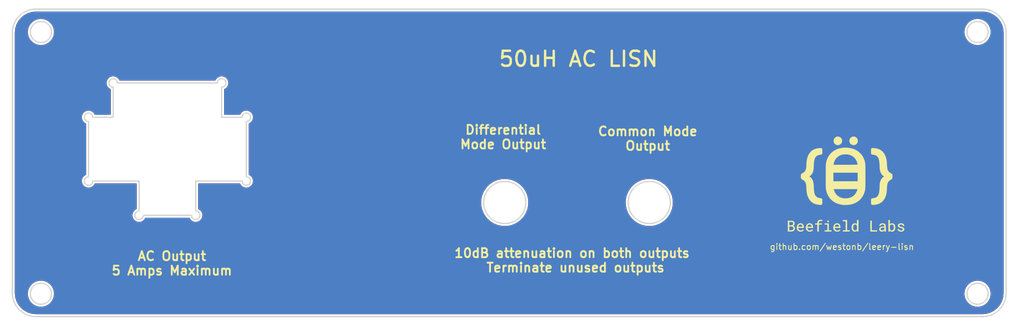
<source format=kicad_pcb>
(kicad_pcb (version 20171130) (host pcbnew 5.1.10-88a1d61d58~90~ubuntu20.04.1)

  (general
    (thickness 1.6)
    (drawings 52)
    (tracks 0)
    (zones 0)
    (modules 1)
    (nets 1)
  )

  (page A4)
  (layers
    (0 F.Cu signal)
    (31 B.Cu signal)
    (32 B.Adhes user)
    (33 F.Adhes user)
    (34 B.Paste user)
    (35 F.Paste user)
    (36 B.SilkS user)
    (37 F.SilkS user)
    (38 B.Mask user hide)
    (39 F.Mask user)
    (40 Dwgs.User user)
    (41 Cmts.User user)
    (42 Eco1.User user)
    (43 Eco2.User user)
    (44 Edge.Cuts user)
    (45 Margin user)
    (46 B.CrtYd user)
    (47 F.CrtYd user)
    (48 B.Fab user)
    (49 F.Fab user)
  )

  (setup
    (last_trace_width 0.25)
    (trace_clearance 0.2)
    (zone_clearance 0.3)
    (zone_45_only no)
    (trace_min 0.2)
    (via_size 0.8)
    (via_drill 0.4)
    (via_min_size 0.4)
    (via_min_drill 0.3)
    (user_via 0.6 0.3)
    (uvia_size 0.3)
    (uvia_drill 0.1)
    (uvias_allowed no)
    (uvia_min_size 0.2)
    (uvia_min_drill 0.1)
    (edge_width 0.05)
    (segment_width 0.2)
    (pcb_text_width 0.3)
    (pcb_text_size 1.5 1.5)
    (mod_edge_width 0.12)
    (mod_text_size 1 1)
    (mod_text_width 0.15)
    (pad_size 1.524 1.524)
    (pad_drill 0.762)
    (pad_to_mask_clearance 0)
    (aux_axis_origin 0 0)
    (visible_elements FFFFFF7F)
    (pcbplotparams
      (layerselection 0x010f0_ffffffff)
      (usegerberextensions false)
      (usegerberattributes true)
      (usegerberadvancedattributes true)
      (creategerberjobfile true)
      (excludeedgelayer true)
      (linewidth 0.100000)
      (plotframeref false)
      (viasonmask false)
      (mode 1)
      (useauxorigin false)
      (hpglpennumber 1)
      (hpglpenspeed 20)
      (hpglpendiameter 15.000000)
      (psnegative false)
      (psa4output false)
      (plotreference false)
      (plotvalue false)
      (plotinvisibletext false)
      (padsonsilk false)
      (subtractmaskfromsilk false)
      (outputformat 1)
      (mirror false)
      (drillshape 0)
      (scaleselection 1)
      (outputdirectory "front-panel-gerbers/"))
  )

  (net 0 "")

  (net_class Default "This is the default net class."
    (clearance 0.2)
    (trace_width 0.25)
    (via_dia 0.8)
    (via_drill 0.4)
    (uvia_dia 0.3)
    (uvia_drill 0.1)
  )

  (module wbraun_smd:Beefield_logo (layer F.Cu) (tedit 0) (tstamp 6119C9B5)
    (at 188.5 86.5)
    (fp_text reference G*** (at 0 0) (layer F.SilkS) hide
      (effects (font (size 1.524 1.524) (thickness 0.3)))
    )
    (fp_text value LOGO (at 0.75 0) (layer F.SilkS) hide
      (effects (font (size 1.524 1.524) (thickness 0.3)))
    )
    (fp_poly (pts (xy -7.501137 6.595961) (xy -7.38151 6.63655) (xy -7.332133 6.663946) (xy -7.238225 6.743494)
      (xy -7.162609 6.848915) (xy -7.106868 6.976629) (xy -7.072584 7.123051) (xy -7.061327 7.2771)
      (xy -7.0612 7.349066) (xy -8.022027 7.349066) (xy -8.007278 7.428016) (xy -7.97029 7.544161)
      (xy -7.908366 7.639224) (xy -7.824542 7.710652) (xy -7.721851 7.755887) (xy -7.603329 7.772374)
      (xy -7.598271 7.7724) (xy -7.484611 7.76107) (xy -7.38794 7.724871) (xy -7.3054 7.666088)
      (xy -7.262427 7.629618) (xy -7.235247 7.61295) (xy -7.21479 7.612889) (xy -7.192102 7.62616)
      (xy -7.136738 7.666982) (xy -7.105988 7.695013) (xy -7.095239 7.714573) (xy -7.095066 7.717076)
      (xy -7.108366 7.742349) (xy -7.143476 7.779265) (xy -7.193217 7.821961) (xy -7.250406 7.864576)
      (xy -7.307862 7.90125) (xy -7.343467 7.919824) (xy -7.434653 7.94962) (xy -7.543387 7.967138)
      (xy -7.655585 7.971317) (xy -7.757166 7.961097) (xy -7.789333 7.953426) (xy -7.929443 7.897033)
      (xy -8.046586 7.816848) (xy -8.139608 7.714985) (xy -8.207352 7.593557) (xy -8.248664 7.454681)
      (xy -8.262389 7.30047) (xy -8.248523 7.145866) (xy -8.012157 7.145866) (xy -7.302639 7.145866)
      (xy -7.316831 7.069898) (xy -7.345838 6.969808) (xy -7.393124 6.892436) (xy -7.43365 6.852201)
      (xy -7.500379 6.810911) (xy -7.580208 6.78244) (xy -7.6454 6.773522) (xy -7.74132 6.789629)
      (xy -7.830288 6.834719) (xy -7.906879 6.90394) (xy -7.965669 6.992442) (xy -8.000278 7.090833)
      (xy -8.012157 7.145866) (xy -8.248523 7.145866) (xy -8.247372 7.133038) (xy -8.244933 7.119343)
      (xy -8.202511 6.974503) (xy -8.133098 6.846808) (xy -8.039201 6.739608) (xy -7.923326 6.656258)
      (xy -7.883439 6.635836) (xy -7.760457 6.595178) (xy -7.630238 6.582029) (xy -7.501137 6.595961)) (layer F.SilkS) (width 0.01))
    (fp_poly (pts (xy -6.020767 6.591097) (xy -5.89775 6.623594) (xy -5.787024 6.684824) (xy -5.695593 6.770767)
      (xy -5.685545 6.783472) (xy -5.633409 6.861733) (xy -5.597233 6.942607) (xy -5.574032 7.035509)
      (xy -5.560824 7.149855) (xy -5.558674 7.183966) (xy -5.549605 7.349066) (xy -6.026002 7.349066)
      (xy -6.170001 7.349347) (xy -6.28334 7.350289) (xy -6.369222 7.352044) (xy -6.430851 7.35476)
      (xy -6.47143 7.358588) (xy -6.494162 7.363678) (xy -6.50225 7.370181) (xy -6.5024 7.371393)
      (xy -6.492565 7.430842) (xy -6.466785 7.503369) (xy -6.430643 7.575908) (xy -6.389721 7.635394)
      (xy -6.389426 7.635739) (xy -6.312514 7.707565) (xy -6.225713 7.751369) (xy -6.121807 7.770313)
      (xy -6.079066 7.771656) (xy -5.963236 7.759672) (xy -5.862513 7.721288) (xy -5.769124 7.654514)
      (xy -5.70693 7.599906) (xy -5.638998 7.653709) (xy -5.600265 7.686785) (xy -5.575667 7.712403)
      (xy -5.571066 7.720866) (xy -5.584278 7.744287) (xy -5.619071 7.779632) (xy -5.668176 7.821078)
      (xy -5.724328 7.862807) (xy -5.78026 7.898997) (xy -5.819467 7.919824) (xy -5.919313 7.952128)
      (xy -6.036369 7.969003) (xy -6.157273 7.969591) (xy -6.268663 7.953032) (xy -6.281856 7.949545)
      (xy -6.418686 7.895053) (xy -6.533935 7.814468) (xy -6.627398 7.707965) (xy -6.685896 7.605183)
      (xy -6.704352 7.562755) (xy -6.71687 7.523825) (xy -6.724604 7.480233) (xy -6.728707 7.423817)
      (xy -6.730333 7.346418) (xy -6.730595 7.288921) (xy -6.73092 7.111294) (xy -6.486501 7.111294)
      (xy -6.473161 7.127943) (xy -6.441856 7.138184) (xy -6.389061 7.143561) (xy -6.311253 7.14562)
      (xy -6.204909 7.145905) (xy -6.138333 7.145866) (xy -5.791199 7.145866) (xy -5.791199 7.098391)
      (xy -5.803022 7.036901) (xy -5.833867 6.965947) (xy -5.876799 6.897814) (xy -5.924882 6.844789)
      (xy -5.941447 6.832204) (xy -6.032269 6.791073) (xy -6.128429 6.77984) (xy -6.223981 6.796472)
      (xy -6.312979 6.838936) (xy -6.389477 6.905198) (xy -6.447528 6.993226) (xy -6.45396 7.00744)
      (xy -6.473377 7.052587) (xy -6.485399 7.08669) (xy -6.486501 7.111294) (xy -6.73092 7.111294)
      (xy -6.731 7.06791) (xy -6.667121 6.938661) (xy -6.586963 6.809667) (xy -6.488692 6.708994)
      (xy -6.373747 6.637415) (xy -6.243563 6.595702) (xy -6.099577 6.584628) (xy -6.020767 6.591097)) (layer F.SilkS) (width 0.01))
    (fp_poly (pts (xy -1.42981 6.597388) (xy -1.306206 6.637673) (xy -1.202055 6.705559) (xy -1.116531 6.801603)
      (xy -1.048808 6.926362) (xy -1.042087 6.942666) (xy -1.024214 7.006401) (xy -1.010484 7.094085)
      (xy -1.003056 7.183966) (xy -0.994538 7.349066) (xy -1.470936 7.349066) (xy -1.614934 7.349347)
      (xy -1.728273 7.350289) (xy -1.814156 7.352044) (xy -1.875785 7.35476) (xy -1.916364 7.358588)
      (xy -1.939096 7.363678) (xy -1.947184 7.370181) (xy -1.947333 7.371393) (xy -1.937445 7.432285)
      (xy -1.911595 7.505826) (xy -1.875507 7.578651) (xy -1.834902 7.637392) (xy -1.832077 7.640589)
      (xy -1.752945 7.710965) (xy -1.664598 7.753259) (xy -1.55932 7.770752) (xy -1.524 7.771656)
      (xy -1.40817 7.759672) (xy -1.307446 7.721288) (xy -1.214057 7.654514) (xy -1.151863 7.599906)
      (xy -1.084048 7.653617) (xy -1.044085 7.688319) (xy -1.028078 7.71291) (xy -1.031298 7.73528)
      (xy -1.03303 7.738714) (xy -1.064312 7.777743) (xy -1.116731 7.824314) (xy -1.180919 7.871256)
      (xy -1.247509 7.911399) (xy -1.278428 7.926527) (xy -1.365497 7.953184) (xy -1.47141 7.96787)
      (xy -1.583085 7.969915) (xy -1.687441 7.958646) (xy -1.726789 7.949545) (xy -1.863613 7.895049)
      (xy -1.978944 7.814385) (xy -2.072677 7.707641) (xy -2.131311 7.605098) (xy -2.149862 7.562913)
      (xy -2.162434 7.524448) (xy -2.170176 7.481568) (xy -2.174234 7.426138) (xy -2.175758 7.350023)
      (xy -2.175933 7.288921) (xy -2.175933 7.145866) (xy -1.930399 7.145866) (xy -1.231804 7.145866)
      (xy -1.243016 7.0739) (xy -1.269585 6.985957) (xy -1.317209 6.904476) (xy -1.378687 6.84027)
      (xy -1.413933 6.817199) (xy -1.508631 6.785811) (xy -1.609243 6.7836) (xy -1.707304 6.809082)
      (xy -1.794347 6.860772) (xy -1.824954 6.889271) (xy -1.865088 6.942457) (xy -1.900132 7.00703)
      (xy -1.923708 7.069726) (xy -1.930028 7.107766) (xy -1.930399 7.145866) (xy -2.175933 7.145866)
      (xy -2.175933 7.06791) (xy -2.112164 6.938882) (xy -2.032514 6.810267) (xy -1.93515 6.70952)
      (xy -1.821591 6.63764) (xy -1.693354 6.595627) (xy -1.573691 6.584147) (xy -1.42981 6.597388)) (layer F.SilkS) (width 0.01))
    (fp_poly (pts (xy 1.994041 6.9977) (xy 1.989667 7.9502) (xy 1.769534 7.9502) (xy 1.76428 7.886722)
      (xy 1.759025 7.823244) (xy 1.694654 7.874975) (xy 1.595962 7.93346) (xy 1.481507 7.966229)
      (xy 1.358928 7.972047) (xy 1.235862 7.949682) (xy 1.234595 7.949293) (xy 1.135316 7.901719)
      (xy 1.04518 7.825178) (xy 0.968023 7.72415) (xy 0.907685 7.603118) (xy 0.887122 7.543585)
      (xy 0.865677 7.439163) (xy 0.85628 7.317033) (xy 0.857295 7.2644) (xy 1.096749 7.2644)
      (xy 1.10621 7.40869) (xy 1.135907 7.531173) (xy 1.184285 7.630165) (xy 1.249785 7.703983)
      (xy 1.330853 7.750944) (xy 1.425931 7.769364) (xy 1.533464 7.75756) (xy 1.549019 7.753512)
      (xy 1.602763 7.729271) (xy 1.659424 7.689812) (xy 1.680252 7.670932) (xy 1.744134 7.60705)
      (xy 1.744134 7.276158) (xy 1.744019 7.162491) (xy 1.7433 7.077589) (xy 1.741411 7.016348)
      (xy 1.737788 6.973664) (xy 1.731867 6.944436) (xy 1.723084 6.923561) (xy 1.710873 6.905935)
      (xy 1.701997 6.895188) (xy 1.629984 6.833749) (xy 1.53909 6.799157) (xy 1.447547 6.790266)
      (xy 1.342231 6.804722) (xy 1.254724 6.847461) (xy 1.185724 6.917537) (xy 1.135929 7.014008)
      (xy 1.10604 7.135929) (xy 1.096749 7.2644) (xy 0.857295 7.2644) (xy 0.858734 7.189859)
      (xy 0.872842 7.070306) (xy 0.895942 6.977937) (xy 0.956079 6.84116) (xy 1.03174 6.734247)
      (xy 1.123756 6.656549) (xy 1.232954 6.60742) (xy 1.360165 6.586209) (xy 1.398373 6.585185)
      (xy 1.518385 6.595962) (xy 1.622022 6.630517) (xy 1.706034 6.681704) (xy 1.744134 6.70973)
      (xy 1.744134 6.0452) (xy 1.998416 6.0452) (xy 1.994041 6.9977)) (layer F.SilkS) (width 0.01))
    (fp_poly (pts (xy 6.143878 6.596903) (xy 6.270576 6.633523) (xy 6.374067 6.69429) (xy 6.453922 6.778985)
      (xy 6.48855 6.837577) (xy 6.500251 6.862905) (xy 6.509526 6.888837) (xy 6.516781 6.919783)
      (xy 6.522425 6.960154) (xy 6.526865 7.01436) (xy 6.53051 7.086812) (xy 6.533766 7.18192)
      (xy 6.537041 7.304095) (xy 6.538963 7.382933) (xy 6.542346 7.508118) (xy 6.546219 7.624703)
      (xy 6.550358 7.727646) (xy 6.554539 7.811909) (xy 6.558536 7.872451) (xy 6.562127 7.904232)
      (xy 6.562166 7.904416) (xy 6.574208 7.960232) (xy 6.449404 7.955216) (xy 6.324601 7.9502)
      (xy 6.309115 7.880471) (xy 6.29363 7.810742) (xy 6.219499 7.867327) (xy 6.112587 7.92871)
      (xy 5.990717 7.964617) (xy 5.862869 7.973532) (xy 5.738021 7.953939) (xy 5.726684 7.950553)
      (xy 5.614261 7.900192) (xy 5.527414 7.828592) (xy 5.467698 7.738218) (xy 5.436672 7.631536)
      (xy 5.435894 7.51101) (xy 5.436609 7.505643) (xy 5.675818 7.505643) (xy 5.676656 7.580999)
      (xy 5.697575 7.651097) (xy 5.736312 7.705788) (xy 5.761742 7.724233) (xy 5.851337 7.754863)
      (xy 5.953863 7.760068) (xy 6.060245 7.740163) (xy 6.13243 7.711316) (xy 6.199627 7.672669)
      (xy 6.243632 7.631564) (xy 6.269001 7.579745) (xy 6.280294 7.508958) (xy 6.282267 7.439916)
      (xy 6.282267 7.298266) (xy 6.149112 7.298266) (xy 6.005912 7.304886) (xy 5.886007 7.324251)
      (xy 5.791837 7.355624) (xy 5.725842 7.398263) (xy 5.697321 7.435175) (xy 5.675818 7.505643)
      (xy 5.436609 7.505643) (xy 5.438162 7.494009) (xy 5.469645 7.388774) (xy 5.52983 7.301112)
      (xy 5.618344 7.231223) (xy 5.734817 7.17931) (xy 5.878876 7.145576) (xy 6.050151 7.130223)
      (xy 6.108701 7.129227) (xy 6.282267 7.128933) (xy 6.282204 7.040033) (xy 6.269456 6.944844)
      (xy 6.231016 6.871226) (xy 6.166364 6.818657) (xy 6.07498 6.786619) (xy 6.020332 6.778262)
      (xy 5.926601 6.779902) (xy 5.84053 6.802208) (xy 5.768841 6.841742) (xy 5.718256 6.895068)
      (xy 5.697967 6.943124) (xy 5.690348 6.970411) (xy 5.676984 6.985472) (xy 5.649307 6.991938)
      (xy 5.598747 6.99344) (xy 5.579188 6.993466) (xy 5.521798 6.991049) (xy 5.478962 6.984745)
      (xy 5.461242 6.976924) (xy 5.456098 6.939713) (xy 5.470918 6.88658) (xy 5.501949 6.825778)
      (xy 5.545438 6.76556) (xy 5.569025 6.739896) (xy 5.659735 6.66612) (xy 5.762014 6.61716)
      (xy 5.881801 6.590848) (xy 5.994401 6.584647) (xy 6.143878 6.596903)) (layer F.SilkS) (width 0.01))
    (fp_poly (pts (xy 7.213601 6.728436) (xy 7.251911 6.692445) (xy 7.327187 6.641693) (xy 7.423898 6.605788)
      (xy 7.532226 6.586541) (xy 7.64235 6.585761) (xy 7.737149 6.603012) (xy 7.842548 6.651483)
      (xy 7.932815 6.728313) (xy 8.006253 6.830772) (xy 8.061167 6.95613) (xy 8.095859 7.101657)
      (xy 8.106213 7.196768) (xy 8.105536 7.365062) (xy 8.08199 7.51738) (xy 8.03743 7.651592)
      (xy 7.97371 7.765568) (xy 7.892683 7.857178) (xy 7.796203 7.924291) (xy 7.686125 7.964777)
      (xy 7.564302 7.976506) (xy 7.442201 7.959766) (xy 7.338389 7.918934) (xy 7.248687 7.85358)
      (xy 7.243918 7.848899) (xy 7.198739 7.80372) (xy 7.188201 7.9502) (xy 6.968067 7.9502)
      (xy 6.963524 6.960778) (xy 7.213601 6.960778) (xy 7.213712 7.269222) (xy 7.214262 7.388149)
      (xy 7.21665 7.478536) (xy 7.222133 7.545707) (xy 7.231967 7.594984) (xy 7.247407 7.631689)
      (xy 7.269709 7.661144) (xy 7.30013 7.688673) (xy 7.31557 7.700895) (xy 7.400754 7.746825)
      (xy 7.49783 7.766439) (xy 7.596935 7.759372) (xy 7.688199 7.725259) (xy 7.704454 7.715284)
      (xy 7.768299 7.653845) (xy 7.818021 7.566118) (xy 7.852005 7.457289) (xy 7.868631 7.332542)
      (xy 7.866282 7.197065) (xy 7.866247 7.196666) (xy 7.843418 7.059778) (xy 7.801853 6.951046)
      (xy 7.741442 6.870344) (xy 7.662078 6.817546) (xy 7.563652 6.792525) (xy 7.518401 6.790266)
      (xy 7.418915 6.801225) (xy 7.337973 6.836475) (xy 7.268369 6.8984) (xy 7.213601 6.960778)
      (xy 6.963524 6.960778) (xy 6.959319 6.0452) (xy 7.213601 6.0452) (xy 7.213601 6.728436)) (layer F.SilkS) (width 0.01))
    (fp_poly (pts (xy 9.205666 6.596962) (xy 9.331968 6.633054) (xy 9.436357 6.691644) (xy 9.516952 6.771451)
      (xy 9.57187 6.871196) (xy 9.593205 6.947687) (xy 9.60497 7.0104) (xy 9.371724 7.0104)
      (xy 9.338296 6.938433) (xy 9.285731 6.863072) (xy 9.211329 6.809977) (xy 9.120494 6.781295)
      (xy 9.018634 6.779173) (xy 8.962948 6.789319) (xy 8.870947 6.822782) (xy 8.810056 6.869118)
      (xy 8.77996 6.928573) (xy 8.778961 6.933428) (xy 8.7744 6.989817) (xy 8.786399 7.035722)
      (xy 8.818309 7.073751) (xy 8.873479 7.10651) (xy 8.955259 7.136606) (xy 9.066998 7.166645)
      (xy 9.083829 7.170665) (xy 9.234198 7.211138) (xy 9.353931 7.254706) (xy 9.446215 7.302794)
      (xy 9.51424 7.356826) (xy 9.524289 7.367442) (xy 9.581799 7.45332) (xy 9.608507 7.545453)
      (xy 9.605622 7.639031) (xy 9.574351 7.729247) (xy 9.515901 7.811294) (xy 9.431481 7.880364)
      (xy 9.389534 7.903869) (xy 9.280767 7.94383) (xy 9.154606 7.967566) (xy 9.024099 7.973696)
      (xy 8.902292 7.960839) (xy 8.885698 7.957215) (xy 8.776153 7.918599) (xy 8.675599 7.859176)
      (xy 8.591118 7.784623) (xy 8.529797 7.700615) (xy 8.509726 7.655971) (xy 8.489964 7.595936)
      (xy 8.486146 7.560091) (xy 8.502982 7.542199) (xy 8.54518 7.536025) (xy 8.600821 7.535333)
      (xy 8.718041 7.535333) (xy 8.736779 7.592109) (xy 8.778678 7.66778) (xy 8.846973 7.723553)
      (xy 8.940044 7.758556) (xy 9.056268 7.771919) (xy 9.07149 7.772028) (xy 9.165788 7.76411)
      (xy 9.248082 7.74274) (xy 9.311068 7.710546) (xy 9.345834 7.673352) (xy 9.358554 7.632698)
      (xy 9.364124 7.581457) (xy 9.364134 7.579439) (xy 9.355916 7.52873) (xy 9.329034 7.486016)
      (xy 9.280143 7.449138) (xy 9.205899 7.41594) (xy 9.102957 7.384263) (xy 9.035377 7.367295)
      (xy 8.877778 7.323316) (xy 8.752041 7.2732) (xy 8.656509 7.215647) (xy 8.589524 7.149356)
      (xy 8.549429 7.073026) (xy 8.534567 6.985355) (xy 8.534401 6.974087) (xy 8.550129 6.872169)
      (xy 8.595264 6.782114) (xy 8.666728 6.706205) (xy 8.761442 6.646725) (xy 8.876331 6.605958)
      (xy 9.008316 6.586186) (xy 9.059334 6.584647) (xy 9.205666 6.596962)) (layer F.SilkS) (width 0.01))
    (fp_poly (pts (xy -9.368366 6.151106) (xy -9.238089 6.154406) (xy -9.125343 6.159141) (xy -9.034368 6.165044)
      (xy -8.969407 6.171848) (xy -8.937797 6.178146) (xy -8.84247 6.222462) (xy -8.752495 6.28769)
      (xy -8.680078 6.364411) (xy -8.661893 6.391005) (xy -8.635661 6.437212) (xy -8.620243 6.47804)
      (xy -8.612842 6.52557) (xy -8.610658 6.591881) (xy -8.610599 6.612375) (xy -8.61191 6.684945)
      (xy -8.617551 6.735016) (xy -8.630081 6.773907) (xy -8.652063 6.81294) (xy -8.658049 6.822108)
      (xy -8.701952 6.876132) (xy -8.757383 6.928823) (xy -8.780446 6.946636) (xy -8.855393 6.999464)
      (xy -8.77216 7.047) (xy -8.678293 7.117814) (xy -8.610671 7.204731) (xy -8.568816 7.303054)
      (xy -8.552246 7.408086) (xy -8.560484 7.515129) (xy -8.593048 7.619485) (xy -8.649459 7.716457)
      (xy -8.729237 7.801346) (xy -8.831903 7.869457) (xy -8.857409 7.881676) (xy -8.934204 7.9101)
      (xy -9.020799 7.933417) (xy -9.074164 7.943085) (xy -9.128986 7.948149) (xy -9.203084 7.952204)
      (xy -9.290042 7.955208) (xy -9.383445 7.957118) (xy -9.476879 7.957893) (xy -9.563927 7.95749)
      (xy -9.638176 7.955866) (xy -9.693209 7.95298) (xy -9.722612 7.948789) (xy -9.725377 7.947377)
      (xy -9.72753 7.928765) (xy -9.729549 7.879456) (xy -9.731393 7.802619) (xy -9.732425 7.738533)
      (xy -9.499599 7.738533) (xy -9.275233 7.738161) (xy -9.175348 7.737055) (xy -9.102172 7.73361)
      (xy -9.048584 7.72706) (xy -9.007464 7.716642) (xy -8.982432 7.706704) (xy -8.898057 7.652347)
      (xy -8.838801 7.581254) (xy -8.804676 7.499299) (xy -8.795692 7.412357) (xy -8.811861 7.326303)
      (xy -8.853193 7.247011) (xy -8.9197 7.180357) (xy -8.981384 7.144298) (xy -9.018101 7.130581)
      (xy -9.061705 7.121312) (xy -9.11939 7.115709) (xy -9.198353 7.112988) (xy -9.275233 7.112371)
      (xy -9.499599 7.112) (xy -9.499599 7.738533) (xy -9.732425 7.738533) (xy -9.733024 7.701424)
      (xy -9.734403 7.57904) (xy -9.735488 7.438637) (xy -9.736243 7.283383) (xy -9.736625 7.11645)
      (xy -9.736666 7.04026) (xy -9.736666 6.912201) (xy -9.499599 6.912201) (xy -9.283699 6.905712)
      (xy -9.188394 6.901998) (xy -9.119356 6.896754) (xy -9.06899 6.888823) (xy -9.029699 6.877046)
      (xy -8.997259 6.862062) (xy -8.918466 6.806715) (xy -8.869779 6.737872) (xy -8.848871 6.651779)
      (xy -8.847666 6.620933) (xy -8.853225 6.549104) (xy -8.872338 6.495523) (xy -8.885433 6.474854)
      (xy -8.921927 6.432112) (xy -8.965359 6.400666) (xy -9.02149 6.378715) (xy -9.096079 6.364457)
      (xy -9.194888 6.35609) (xy -9.275233 6.352947) (xy -9.499599 6.346677) (xy -9.499599 6.912201)
      (xy -9.736666 6.912201) (xy -9.736666 6.144432) (xy -9.368366 6.151106)) (layer F.SilkS) (width 0.01))
    (fp_poly (pts (xy -4.217553 5.999382) (xy -4.139167 6.006714) (xy -4.077257 6.016504) (xy -4.072466 6.017586)
      (xy -4.022894 6.030492) (xy -3.99844 6.043924) (xy -3.991153 6.065718) (xy -3.992498 6.096394)
      (xy -3.999769 6.165858) (xy -4.009626 6.206872) (xy -4.024598 6.224854) (xy -4.047217 6.225221)
      (xy -4.052067 6.223903) (xy -4.086365 6.217433) (xy -4.143332 6.210372) (xy -4.211829 6.204061)
      (xy -4.22594 6.203006) (xy -4.346652 6.204044) (xy -4.4418 6.226914) (xy -4.512411 6.272478)
      (xy -4.559513 6.341595) (xy -4.584133 6.435125) (xy -4.588561 6.506633) (xy -4.588933 6.604)
      (xy -4.080933 6.604) (xy -4.080933 6.790266) (xy -4.588488 6.790266) (xy -4.592944 7.370233)
      (xy -4.597399 7.9502) (xy -4.708184 7.955126) (xy -4.766702 7.955946) (xy -4.811122 7.953263)
      (xy -4.83095 7.948071) (xy -4.83379 7.928873) (xy -4.836389 7.879816) (xy -4.838666 7.804907)
      (xy -4.840539 7.708152) (xy -4.841925 7.593558) (xy -4.842742 7.465132) (xy -4.842933 7.363177)
      (xy -4.842933 6.790266) (xy -5.198533 6.790266) (xy -5.198533 6.604) (xy -4.84637 6.604)
      (xy -4.83511 6.481233) (xy -4.808917 6.338565) (xy -4.759026 6.220042) (xy -4.685931 6.12611)
      (xy -4.59013 6.057215) (xy -4.472115 6.013804) (xy -4.332384 5.996324) (xy -4.296651 5.996025)
      (xy -4.217553 5.999382)) (layer F.SilkS) (width 0.01))
    (fp_poly (pts (xy -2.929466 7.738533) (xy -2.487583 7.738533) (xy -2.492625 7.844366) (xy -2.497666 7.9502)
      (xy -3.049183 7.95466) (xy -3.182627 7.955396) (xy -3.305138 7.95541) (xy -3.412633 7.954756)
      (xy -3.501028 7.953484) (xy -3.56624 7.951644) (xy -3.604186 7.949289) (xy -3.612216 7.947605)
      (xy -3.618436 7.925634) (xy -3.622618 7.880704) (xy -3.623733 7.837311) (xy -3.623733 7.738533)
      (xy -3.166533 7.738533) (xy -3.166533 6.8072) (xy -3.623733 6.8072) (xy -3.623733 6.604)
      (xy -2.929466 6.604) (xy -2.929466 7.738533)) (layer F.SilkS) (width 0.01))
    (fp_poly (pts (xy 0.1016 7.738533) (xy 0.543483 7.738533) (xy 0.538442 7.844366) (xy 0.5334 7.9502)
      (xy -0.021609 7.954665) (xy -0.177036 7.955709) (xy -0.3018 7.956003) (xy -0.399097 7.95544)
      (xy -0.472125 7.953912) (xy -0.524082 7.95131) (xy -0.558163 7.947525) (xy -0.577566 7.942451)
      (xy -0.585489 7.935978) (xy -0.585655 7.93558) (xy -0.58998 7.905512) (xy -0.590623 7.856194)
      (xy -0.589446 7.829515) (xy -0.5842 7.747) (xy -0.135466 7.73755) (xy -0.135466 6.2484)
      (xy -0.592666 6.2484) (xy -0.592666 6.0452) (xy 0.1016 6.0452) (xy 0.1016 7.738533)) (layer F.SilkS) (width 0.01))
    (fp_poly (pts (xy 4.199467 7.738533) (xy 5.081617 7.738533) (xy 5.076575 7.844366) (xy 5.071534 7.9502)
      (xy 4.528487 7.954663) (xy 4.396098 7.955402) (xy 4.274665 7.955409) (xy 4.168305 7.954738)
      (xy 4.081134 7.953439) (xy 4.01727 7.951566) (xy 3.980828 7.949171) (xy 3.97392 7.947608)
      (xy 3.971721 7.92895) (xy 3.96966 7.879597) (xy 3.967777 7.802724) (xy 3.966112 7.701502)
      (xy 3.964706 7.579105) (xy 3.963598 7.438704) (xy 3.96283 7.283473) (xy 3.962441 7.116585)
      (xy 3.962401 7.041444) (xy 3.962401 6.1468) (xy 4.199467 6.1468) (xy 4.199467 7.738533)) (layer F.SilkS) (width 0.01))
    (fp_poly (pts (xy -2.995823 6.127594) (xy -2.950137 6.166179) (xy -2.923342 6.220586) (xy -2.919375 6.282715)
      (xy -2.942169 6.344467) (xy -2.943207 6.346076) (xy -2.972974 6.367874) (xy -3.021704 6.383629)
      (xy -3.07455 6.389254) (xy -3.094229 6.38764) (xy -3.134898 6.367525) (xy -3.173027 6.328284)
      (xy -3.197155 6.28328) (xy -3.200399 6.263846) (xy -3.185679 6.201857) (xy -3.147147 6.150584)
      (xy -3.093249 6.11888) (xy -3.056466 6.112933) (xy -2.995823 6.127594)) (layer F.SilkS) (width 0.01))
    (fp_poly (pts (xy 0.203185 -5.980004) (xy 0.552035 -5.936871) (xy 0.885012 -5.864747) (xy 1.201447 -5.763828)
      (xy 1.500666 -5.634309) (xy 1.782 -5.476387) (xy 1.913467 -5.388451) (xy 2.02506 -5.302169)
      (xy 2.147126 -5.195213) (xy 2.271836 -5.075404) (xy 2.391359 -4.950561) (xy 2.497867 -4.828505)
      (xy 2.578337 -4.724401) (xy 2.706183 -4.524166) (xy 2.82339 -4.300044) (xy 2.926021 -4.061344)
      (xy 3.01014 -3.817374) (xy 3.071812 -3.577444) (xy 3.079523 -3.539067) (xy 3.090515 -3.480101)
      (xy 3.100336 -3.422281) (xy 3.109044 -3.363485) (xy 3.116695 -3.301588) (xy 3.123348 -3.234467)
      (xy 3.129059 -3.16) (xy 3.133887 -3.076062) (xy 3.137888 -2.980531) (xy 3.14112 -2.871283)
      (xy 3.14364 -2.746196) (xy 3.145505 -2.603145) (xy 3.146774 -2.440007) (xy 3.147503 -2.25466)
      (xy 3.147749 -2.04498) (xy 3.147571 -1.808843) (xy 3.147025 -1.544127) (xy 3.14617 -1.248708)
      (xy 3.145655 -1.0922) (xy 3.144654 -0.794216) (xy 3.143709 -0.527914) (xy 3.142714 -0.29111)
      (xy 3.141566 -0.081621) (xy 3.140159 0.102739) (xy 3.138389 0.264153) (xy 3.13615 0.404805)
      (xy 3.133339 0.526878) (xy 3.129849 0.632558) (xy 3.125577 0.724029) (xy 3.120418 0.803473)
      (xy 3.114267 0.873076) (xy 3.107019 0.935021) (xy 3.09857 0.991493) (xy 3.088814 1.044675)
      (xy 3.077647 1.096752) (xy 3.064964 1.149907) (xy 3.050661 1.206325) (xy 3.034632 1.26819)
      (xy 3.031926 1.278637) (xy 2.936399 1.582502) (xy 2.812074 1.869682) (xy 2.660391 2.138744)
      (xy 2.482791 2.388253) (xy 2.280713 2.616776) (xy 2.055597 2.82288) (xy 1.808883 3.005131)
      (xy 1.542013 3.162095) (xy 1.256425 3.292339) (xy 0.95356 3.394428) (xy 0.889 3.411871)
      (xy 0.727752 3.450807) (xy 0.576867 3.48058) (xy 0.427217 3.502317) (xy 0.269673 3.517148)
      (xy 0.095107 3.5262) (xy -0.067733 3.53011) (xy -0.182329 3.531437) (xy -0.28938 3.532014)
      (xy -0.382907 3.53186) (xy -0.456934 3.530997) (xy -0.505481 3.529442) (xy -0.516466 3.528627)
      (xy -0.874032 3.47754) (xy -1.209093 3.401248) (xy -1.52195 3.299582) (xy -1.812901 3.172376)
      (xy -2.082246 3.019462) (xy -2.330285 2.840675) (xy -2.557317 2.635845) (xy -2.763641 2.404807)
      (xy -2.925164 2.184399) (xy -3.072088 1.936041) (xy -3.196446 1.665392) (xy -3.296783 1.376644)
      (xy -3.371647 1.073985) (xy -3.398734 0.897466) (xy -2.11582 0.897466) (xy -2.10584 0.952499)
      (xy -2.096031 0.993585) (xy -2.078479 1.055668) (xy -2.056369 1.127691) (xy -2.047538 1.155047)
      (xy -1.95469 1.386062) (xy -1.834588 1.598408) (xy -1.689206 1.790523) (xy -1.520521 1.960844)
      (xy -1.330508 2.107809) (xy -1.121142 2.229855) (xy -0.894398 2.32542) (xy -0.652252 2.392939)
      (xy -0.440266 2.42664) (xy -0.349954 2.432781) (xy -0.237184 2.435236) (xy -0.113139 2.434235)
      (xy 0.011001 2.430007) (xy 0.124054 2.422782) (xy 0.211667 2.413254) (xy 0.469996 2.360398)
      (xy 0.710562 2.279499) (xy 0.932427 2.171092) (xy 1.134652 2.035713) (xy 1.316299 1.873898)
      (xy 1.469532 1.6954) (xy 1.579377 1.5297) (xy 1.677559 1.342969) (xy 1.758358 1.147513)
      (xy 1.816053 0.955644) (xy 1.818766 0.944033) (xy 1.829446 0.897466) (xy -2.11582 0.897466)
      (xy -3.398734 0.897466) (xy -3.419583 0.761607) (xy -3.419923 0.758434) (xy -3.422779 0.71405)
      (xy -3.425386 0.638635) (xy -3.427745 0.53498) (xy -3.429855 0.405875) (xy -3.431717 0.254112)
      (xy -3.433332 0.08248) (xy -3.434698 -0.106228) (xy -3.435818 -0.309223) (xy -3.43669 -0.523712)
      (xy -3.437316 -0.746906) (xy -3.437695 -0.976014) (xy -3.437827 -1.208244) (xy -3.437714 -1.440806)
      (xy -3.437355 -1.670908) (xy -3.436931 -1.8288) (xy -2.167466 -1.8288) (xy -2.167466 -0.4064)
      (xy 1.862667 -0.4064) (xy 1.862667 -1.8288) (xy -2.167466 -1.8288) (xy -3.436931 -1.8288)
      (xy -3.43675 -1.89576) (xy -3.4359 -2.112572) (xy -3.434806 -2.318551) (xy -3.433466 -2.510908)
      (xy -3.431882 -2.686851) (xy -3.430054 -2.843589) (xy -3.427981 -2.978333) (xy -3.425665 -3.088289)
      (xy -3.423761 -3.1496) (xy -2.149686 -3.1496) (xy -0.151976 -3.1496) (xy 0.155188 -3.149647)
      (xy 0.430173 -3.149801) (xy 0.674663 -3.150082) (xy 0.890346 -3.15051) (xy 1.078908 -3.151104)
      (xy 1.242035 -3.151885) (xy 1.381414 -3.152872) (xy 1.49873 -3.154086) (xy 1.595671 -3.155545)
      (xy 1.673923 -3.15727) (xy 1.735172 -3.159282) (xy 1.781104 -3.161599) (xy 1.813405 -3.164241)
      (xy 1.833763 -3.167229) (xy 1.843864 -3.170582) (xy 1.845734 -3.17313) (xy 1.841016 -3.22118)
      (xy 1.828269 -3.292456) (xy 1.809602 -3.377873) (xy 1.787126 -3.468343) (xy 1.76295 -3.554781)
      (xy 1.741844 -3.62058) (xy 1.643142 -3.854746) (xy 1.518835 -4.067706) (xy 1.370486 -4.258475)
      (xy 1.199655 -4.426071) (xy 1.007905 -4.569508) (xy 0.796796 -4.687804) (xy 0.56789 -4.779976)
      (xy 0.322749 -4.845039) (xy 0.062934 -4.882009) (xy -0.209994 -4.889905) (xy -0.26973 -4.887734)
      (xy -0.529916 -4.863884) (xy -0.767133 -4.817408) (xy -0.984777 -4.746936) (xy -1.186245 -4.651098)
      (xy -1.374931 -4.528526) (xy -1.554233 -4.37785) (xy -1.569075 -4.363774) (xy -1.720795 -4.201239)
      (xy -1.848397 -4.025775) (xy -1.953672 -3.833746) (xy -2.038413 -3.621518) (xy -2.104409 -3.385456)
      (xy -2.14032 -3.204634) (xy -2.149686 -3.1496) (xy -3.423761 -3.1496) (xy -3.423106 -3.170669)
      (xy -3.420303 -3.222681) (xy -3.419555 -3.230701) (xy -3.368104 -3.561121) (xy -3.287672 -3.875199)
      (xy -3.178562 -4.172255) (xy -3.04108 -4.451611) (xy -2.875529 -4.712587) (xy -2.682215 -4.954505)
      (xy -2.612144 -5.030287) (xy -2.380056 -5.248449) (xy -2.128505 -5.439054) (xy -1.857983 -5.601909)
      (xy -1.568982 -5.736821) (xy -1.261994 -5.843596) (xy -0.937512 -5.92204) (xy -0.596027 -5.971961)
      (xy -0.238032 -5.993164) (xy -0.160866 -5.993949) (xy 0.203185 -5.980004)) (layer F.SilkS) (width 0.01))
    (fp_poly (pts (xy -4.221859 -5.914987) (xy -4.175806 -5.911506) (xy -4.144108 -5.904736) (xy -4.120265 -5.893922)
      (xy -4.103625 -5.882701) (xy -4.075957 -5.860683) (xy -4.054622 -5.837536) (xy -4.038796 -5.808739)
      (xy -4.027656 -5.769767) (xy -4.020378 -5.716098) (xy -4.016139 -5.643209) (xy -4.014116 -5.546575)
      (xy -4.013485 -5.421675) (xy -4.013449 -5.38736) (xy -4.014103 -5.239684) (xy -4.017478 -5.122197)
      (xy -4.025375 -5.031232) (xy -4.03959 -4.963126) (xy -4.061924 -4.914211) (xy -4.094174 -4.880823)
      (xy -4.138139 -4.859296) (xy -4.195618 -4.845965) (xy -4.268408 -4.837163) (xy -4.284133 -4.835699)
      (xy -4.497276 -4.804659) (xy -4.684633 -4.752277) (xy -4.847172 -4.677979) (xy -4.985858 -4.581191)
      (xy -5.101656 -4.461341) (xy -5.195535 -4.317853) (xy -5.212815 -4.284134) (xy -5.253981 -4.193202)
      (xy -5.289368 -4.098463) (xy -5.319569 -3.99627) (xy -5.345177 -3.882978) (xy -5.366784 -3.754943)
      (xy -5.384985 -3.608519) (xy -5.400372 -3.440062) (xy -5.413537 -3.245925) (xy -5.425075 -3.022464)
      (xy -5.4277 -2.963334) (xy -5.437402 -2.760698) (xy -5.448214 -2.587363) (xy -5.461047 -2.438764)
      (xy -5.476811 -2.310334) (xy -5.496415 -2.197509) (xy -5.520771 -2.095724) (xy -5.550787 -2.000412)
      (xy -5.587375 -1.907009) (xy -5.631445 -1.81095) (xy -5.67441 -1.725828) (xy -5.743981 -1.612963)
      (xy -5.833847 -1.497955) (xy -5.934897 -1.391041) (xy -6.03802 -1.302454) (xy -6.073966 -1.276974)
      (xy -6.123832 -1.242929) (xy -6.149082 -1.221446) (xy -6.153747 -1.207023) (xy -6.141859 -1.194156)
      (xy -6.137111 -1.190772) (xy -5.995273 -1.085397) (xy -5.880185 -0.982769) (xy -5.786004 -0.876442)
      (xy -5.706885 -0.759968) (xy -5.649301 -0.652683) (xy -5.603004 -0.553225) (xy -5.56421 -0.458329)
      (xy -5.532068 -0.363402) (xy -5.505724 -0.263849) (xy -5.484328 -0.155078) (xy -5.467027 -0.032495)
      (xy -5.452968 0.108494) (xy -5.4413 0.272481) (xy -5.43117 0.464061) (xy -5.427684 0.541866)
      (xy -5.414671 0.798428) (xy -5.398727 1.024108) (xy -5.379144 1.221815) (xy -5.355214 1.394462)
      (xy -5.326231 1.544957) (xy -5.291487 1.676213) (xy -5.250276 1.79114) (xy -5.201889 1.892649)
      (xy -5.14562 1.98365) (xy -5.080762 2.067054) (xy -5.048386 2.103096) (xy -4.950906 2.19448)
      (xy -4.84442 2.267576) (xy -4.723605 2.324658) (xy -4.583141 2.368002) (xy -4.417707 2.399885)
      (xy -4.326209 2.411979) (xy -4.240264 2.422505) (xy -4.180699 2.431926) (xy -4.14019 2.442448)
      (xy -4.111414 2.456279) (xy -4.087047 2.475626) (xy -4.074428 2.487857) (xy -4.021666 2.540587)
      (xy -4.016572 2.947535) (xy -4.015107 3.075898) (xy -4.014528 3.174974) (xy -4.015129 3.249339)
      (xy -4.017207 3.303568) (xy -4.021055 3.342235) (xy -4.026969 3.369917) (xy -4.035244 3.391189)
      (xy -4.046176 3.410624) (xy -4.046472 3.411105) (xy -4.079412 3.453406) (xy -4.1216 3.484726)
      (xy -4.177131 3.505766) (xy -4.250103 3.517227) (xy -4.344609 3.519809) (xy -4.464748 3.514212)
      (xy -4.588089 3.503739) (xy -4.850818 3.464994) (xy -5.106977 3.401028) (xy -5.347135 3.314307)
      (xy -5.397089 3.292326) (xy -5.608751 3.177456) (xy -5.803156 3.034178) (xy -5.979444 2.863721)
      (xy -6.136751 2.667312) (xy -6.274217 2.446178) (xy -6.39098 2.201546) (xy -6.486177 1.934644)
      (xy -6.558947 1.646699) (xy -6.56152 1.634066) (xy -6.583686 1.519798) (xy -6.6016 1.415677)
      (xy -6.615952 1.314949) (xy -6.627432 1.210863) (xy -6.636732 1.096666) (xy -6.644542 0.965606)
      (xy -6.651552 0.810929) (xy -6.655097 0.719316) (xy -6.664265 0.519982) (xy -6.676396 0.350129)
      (xy -6.692413 0.20543) (xy -6.713243 0.08156) (xy -6.73981 -0.025807) (xy -6.773041 -0.120996)
      (xy -6.81386 -0.208333) (xy -6.863193 -0.292143) (xy -6.875484 -0.310842) (xy -6.957994 -0.418786)
      (xy -7.053028 -0.511399) (xy -7.168363 -0.595479) (xy -7.269088 -0.654962) (xy -7.378816 -0.720716)
      (xy -7.459632 -0.782467) (xy -7.515643 -0.84374) (xy -7.543146 -0.890014) (xy -7.554087 -0.93148)
      (xy -7.562311 -0.998872) (xy -7.567779 -1.084354) (xy -7.57045 -1.180093) (xy -7.570285 -1.278254)
      (xy -7.567245 -1.371001) (xy -7.561289 -1.450499) (xy -7.552377 -1.508915) (xy -7.546388 -1.528778)
      (xy -7.507674 -1.589368) (xy -7.443842 -1.653478) (xy -7.362151 -1.714696) (xy -7.285955 -1.758734)
      (xy -7.141618 -1.842813) (xy -7.018266 -1.939928) (xy -6.914856 -2.052393) (xy -6.830347 -2.182521)
      (xy -6.763696 -2.332627) (xy -6.713862 -2.505024) (xy -6.679803 -2.702027) (xy -6.660478 -2.925949)
      (xy -6.654814 -3.160506) (xy -6.644165 -3.456132) (xy -6.613126 -3.751791) (xy -6.563002 -4.040592)
      (xy -6.495093 -4.315647) (xy -6.410703 -4.570066) (xy -6.368723 -4.673611) (xy -6.254866 -4.898686)
      (xy -6.115421 -5.107694) (xy -5.953577 -5.297175) (xy -5.772521 -5.463669) (xy -5.575442 -5.603718)
      (xy -5.444066 -5.677025) (xy -5.229083 -5.768438) (xy -4.992428 -5.839002) (xy -4.740123 -5.887368)
      (xy -4.478188 -5.912185) (xy -4.383025 -5.91509) (xy -4.288766 -5.91593) (xy -4.221859 -5.914987)) (layer F.SilkS) (width 0.01))
    (fp_poly (pts (xy 4.378805 -5.923752) (xy 4.470904 -5.920808) (xy 4.495801 -5.919888) (xy 4.7917 -5.894908)
      (xy 5.067169 -5.842929) (xy 5.322058 -5.764074) (xy 5.556218 -5.658466) (xy 5.769499 -5.526229)
      (xy 5.961752 -5.367485) (xy 6.132829 -5.182357) (xy 6.282579 -4.970969) (xy 6.410854 -4.733444)
      (xy 6.517505 -4.469904) (xy 6.601877 -4.182534) (xy 6.63415 -4.04267) (xy 6.660098 -3.909655)
      (xy 6.680688 -3.775863) (xy 6.696884 -3.633667) (xy 6.709653 -3.47544) (xy 6.71996 -3.293556)
      (xy 6.723039 -3.2258) (xy 6.732133 -3.034322) (xy 6.741722 -2.872971) (xy 6.752193 -2.738006)
      (xy 6.763935 -2.625689) (xy 6.777336 -2.532278) (xy 6.792784 -2.454036) (xy 6.809764 -2.390168)
      (xy 6.876265 -2.224244) (xy 6.968451 -2.074175) (xy 7.082789 -1.944477) (xy 7.215747 -1.839667)
      (xy 7.262105 -1.811867) (xy 7.375335 -1.746083) (xy 7.461954 -1.68902) (xy 7.526909 -1.63711)
      (xy 7.575147 -1.586784) (xy 7.576502 -1.58512) (xy 7.628467 -1.520975) (xy 7.633905 -1.248685)
      (xy 7.634238 -1.109114) (xy 7.627181 -0.997635) (xy 7.609964 -0.908786) (xy 7.579816 -0.837109)
      (xy 7.533968 -0.777145) (xy 7.46965 -0.723434) (xy 7.384091 -0.670516) (xy 7.324207 -0.638329)
      (xy 7.204663 -0.563667) (xy 7.09035 -0.469319) (xy 6.99046 -0.363906) (xy 6.914183 -0.256048)
      (xy 6.91142 -0.251217) (xy 6.867433 -0.166803) (xy 6.830982 -0.080447) (xy 6.801225 0.012334)
      (xy 6.777316 0.116023) (xy 6.758415 0.235104) (xy 6.743675 0.374058) (xy 6.732255 0.53737)
      (xy 6.72331 0.729523) (xy 6.722415 0.75333) (xy 6.715066 0.918663) (xy 6.705671 1.076023)
      (xy 6.694743 1.218554) (xy 6.682792 1.339401) (xy 6.673129 1.413933) (xy 6.612798 1.732678)
      (xy 6.531436 2.024908) (xy 6.428923 2.290748) (xy 6.305141 2.530322) (xy 6.159971 2.743753)
      (xy 5.993294 2.931167) (xy 5.804991 3.092687) (xy 5.594942 3.228437) (xy 5.363028 3.338543)
      (xy 5.109131 3.423128) (xy 4.833131 3.482317) (xy 4.670035 3.504289) (xy 4.512418 3.518136)
      (xy 4.385685 3.521983) (xy 4.288349 3.515788) (xy 4.218925 3.49951) (xy 4.200511 3.491191)
      (xy 4.164345 3.469508) (xy 4.136262 3.445042) (xy 4.115253 3.413439) (xy 4.100307 3.370343)
      (xy 4.090414 3.311397) (xy 4.084562 3.232245) (xy 4.081742 3.128532) (xy 4.080942 2.995902)
      (xy 4.080934 2.975753) (xy 4.081443 2.828698) (xy 4.084424 2.711738) (xy 4.092057 2.621104)
      (xy 4.106522 2.553025) (xy 4.129999 2.503731) (xy 4.164667 2.469452) (xy 4.212707 2.446418)
      (xy 4.276299 2.43086) (xy 4.357622 2.419007) (xy 4.406207 2.413222) (xy 4.592033 2.384633)
      (xy 4.749978 2.344374) (xy 4.884602 2.290505) (xy 5.000463 2.221087) (xy 5.10212 2.134181)
      (xy 5.129567 2.10546) (xy 5.198671 2.022157) (xy 5.258906 1.931365) (xy 5.310919 1.830288)
      (xy 5.355356 1.716133) (xy 5.392865 1.586106) (xy 5.424093 1.437412) (xy 5.449685 1.267256)
      (xy 5.470289 1.072845) (xy 5.486552 0.851383) (xy 5.49912 0.600078) (xy 5.503241 0.491066)
      (xy 5.509962 0.320632) (xy 5.517327 0.179873) (xy 5.525664 0.064599) (xy 5.535298 -0.029379)
      (xy 5.546557 -0.106252) (xy 5.552054 -0.135467) (xy 5.613216 -0.374054) (xy 5.694767 -0.587388)
      (xy 5.796306 -0.774796) (xy 5.917433 -0.935603) (xy 6.057746 -1.069137) (xy 6.145966 -1.132667)
      (xy 6.250724 -1.200375) (xy 6.177596 -1.24641) (xy 6.020916 -1.36453) (xy 5.884564 -1.50895)
      (xy 5.768362 -1.679967) (xy 5.672132 -1.877876) (xy 5.595697 -2.102972) (xy 5.552142 -2.285399)
      (xy 5.539915 -2.357633) (xy 5.529422 -2.446197) (xy 5.520345 -2.555131) (xy 5.512369 -2.688475)
      (xy 5.505173 -2.850269) (xy 5.502846 -2.912534) (xy 5.491238 -3.175366) (xy 5.476075 -3.407267)
      (xy 5.45678 -3.611041) (xy 5.432781 -3.789493) (xy 5.403501 -3.945428) (xy 5.368367 -4.081649)
      (xy 5.326803 -4.200961) (xy 5.278236 -4.306168) (xy 5.222089 -4.400075) (xy 5.188346 -4.447165)
      (xy 5.089922 -4.558187) (xy 4.977838 -4.648132) (xy 4.848209 -4.718876) (xy 4.697147 -4.772297)
      (xy 4.520764 -4.810274) (xy 4.403837 -4.826131) (xy 4.296597 -4.842477) (xy 4.217461 -4.865787)
      (xy 4.160944 -4.898701) (xy 4.121561 -4.943863) (xy 4.108137 -4.968527) (xy 4.098684 -4.9941)
      (xy 4.091616 -5.028689) (xy 4.08662 -5.077045) (xy 4.083386 -5.14392) (xy 4.081601 -5.234064)
      (xy 4.080954 -5.352229) (xy 4.080934 -5.38367) (xy 4.081573 -5.519799) (xy 4.084096 -5.626497)
      (xy 4.089412 -5.708186) (xy 4.098429 -5.769288) (xy 4.112055 -5.814224) (xy 4.1312 -5.847417)
      (xy 4.156771 -5.873288) (xy 4.185748 -5.893787) (xy 4.20955 -5.907494) (xy 4.234502 -5.916817)
      (xy 4.266859 -5.922284) (xy 4.312874 -5.92442) (xy 4.378805 -5.923752)) (layer F.SilkS) (width 0.01))
    (fp_poly (pts (xy -1.304392 -7.827011) (xy -1.261533 -7.817115) (xy -1.118486 -7.762306) (xy -0.990286 -7.680097)
      (xy -0.881972 -7.574583) (xy -0.798586 -7.449859) (xy -0.791073 -7.434981) (xy -0.767368 -7.384558)
      (xy -0.751763 -7.342704) (xy -0.742573 -7.299949) (xy -0.738112 -7.246823) (xy -0.736694 -7.173856)
      (xy -0.7366 -7.128934) (xy -0.737336 -7.041263) (xy -0.740516 -6.978146) (xy -0.747598 -6.930282)
      (xy -0.760039 -6.888372) (xy -0.779298 -6.843116) (xy -0.782471 -6.836305) (xy -0.853707 -6.719567)
      (xy -0.949945 -6.613316) (xy -1.062368 -6.526288) (xy -1.136233 -6.485861) (xy -1.264857 -6.44217)
      (xy -1.403576 -6.422066) (xy -1.540532 -6.426594) (xy -1.622477 -6.443095) (xy -1.761842 -6.498976)
      (xy -1.883103 -6.580986) (xy -1.983723 -6.685175) (xy -2.061162 -6.807593) (xy -2.112882 -6.944289)
      (xy -2.136344 -7.091315) (xy -2.130605 -7.233665) (xy -2.095336 -7.374226) (xy -2.032322 -7.501399)
      (xy -1.94572 -7.612393) (xy -1.839688 -7.704419) (xy -1.718382 -7.774684) (xy -1.585959 -7.820398)
      (xy -1.446577 -7.838771) (xy -1.304392 -7.827011)) (layer F.SilkS) (width 0.01))
    (fp_poly (pts (xy 1.276443 -7.827388) (xy 1.345741 -7.819719) (xy 1.405074 -7.804814) (xy 1.439334 -7.792269)
      (xy 1.578903 -7.718821) (xy 1.697007 -7.619751) (xy 1.791346 -7.497357) (xy 1.848669 -7.382934)
      (xy 1.874063 -7.290572) (xy 1.886686 -7.180558) (xy 1.886463 -7.065563) (xy 1.873319 -6.958254)
      (xy 1.851636 -6.881808) (xy 1.779377 -6.742938) (xy 1.683325 -6.624569) (xy 1.567052 -6.530327)
      (xy 1.443602 -6.4674) (xy 1.324691 -6.4352) (xy 1.19445 -6.422556) (xy 1.06638 -6.429937)
      (xy 0.973025 -6.451073) (xy 0.834957 -6.513455) (xy 0.712396 -6.603236) (xy 0.61034 -6.715723)
      (xy 0.533789 -6.84622) (xy 0.521635 -6.874934) (xy 0.495285 -6.972524) (xy 0.483248 -7.087567)
      (xy 0.485515 -7.207028) (xy 0.502075 -7.317872) (xy 0.521999 -7.382934) (xy 0.595446 -7.522503)
      (xy 0.694516 -7.640607) (xy 0.81691 -7.734946) (xy 0.931334 -7.792269) (xy 0.990304 -7.812132)
      (xy 1.052417 -7.823755) (xy 1.12952 -7.828879) (xy 1.185334 -7.829557) (xy 1.276443 -7.827388)) (layer F.SilkS) (width 0.01))
  )

  (gr_text "50uH AC LISN" (at 144 65.75) (layer F.SilkS)
    (effects (font (size 2.5 2.5) (thickness 0.4)))
  )
  (gr_text github.com/westonb/leery-lisn (at 187.75 97) (layer F.SilkS)
    (effects (font (size 1 1) (thickness 0.15)))
  )
  (gr_circle (center 155.75 89.6) (end 158.25 89.6) (layer F.Mask) (width 5) (tstamp 6118A830))
  (gr_circle (center 131.75 89.65) (end 134.25 89.65) (layer F.Mask) (width 5) (tstamp 6118A80A))
  (gr_circle (center 131.75 89.65) (end 134.25 89.65) (layer B.Mask) (width 5) (tstamp 6118A7F6))
  (gr_circle (center 210.25 61.25) (end 212 61.25) (layer B.Mask) (width 3.5) (tstamp 6118A77E))
  (gr_circle (center 210.25 104.75) (end 212 104.75) (layer B.Mask) (width 3.5) (tstamp 6118A772))
  (gr_circle (center 54.75 104.75) (end 56.5 104.75) (layer B.Mask) (width 3.5) (tstamp 6118A757))
  (gr_circle (center 54.75 61.25) (end 56.5 61.25) (layer B.Mask) (width 3.5) (tstamp 6118A74E))
  (gr_circle (center 210.25 104.75) (end 212 104.75) (layer F.Mask) (width 3.5) (tstamp 6118A724))
  (gr_circle (center 210.25 61.25) (end 212 61.25) (layer F.Mask) (width 3.5) (tstamp 6118A724))
  (gr_circle (center 54.75 104.75) (end 56.5 104.75) (layer F.Mask) (width 3.5) (tstamp 6118A707))
  (gr_circle (center 54.75 61.25) (end 56.5 61.25) (layer F.Mask) (width 3.5))
  (gr_circle (center 155.75 89.6) (end 158.25 89.6) (layer B.Mask) (width 5) (tstamp 6118A686))
  (gr_text "AC Output\n5 Amps Maximum" (at 76.5 99.75) (layer F.SilkS)
    (effects (font (size 1.5 1.5) (thickness 0.3)))
  )
  (gr_text "10dB attenuation on both outputs \nTerminate unused outputs" (at 143.5 99.25) (layer F.SilkS)
    (effects (font (size 1.5 1.5) (thickness 0.3)))
  )
  (gr_text "Common Mode\nOutput" (at 155.5 79) (layer F.SilkS)
    (effects (font (size 1.5 1.5) (thickness 0.3)))
  )
  (gr_text "Differential\nMode Output" (at 131.5 78.75) (layer F.SilkS)
    (effects (font (size 1.5 1.5) (thickness 0.3)))
  )
  (gr_line (start 71.75 91.75) (end 79.75 91.75) (layer Edge.Cuts) (width 0.2))
  (gr_line (start 63.35 86.05) (end 71.05 86.05) (layer Edge.Cuts) (width 0.2))
  (gr_line (start 88.85 85.35) (end 88.85 76.15) (layer Edge.Cuts) (width 0.2))
  (gr_circle (center 131.754625 89.624937) (end 135.254625 89.624937) (layer Edge.Cuts) (width 0.2))
  (gr_arc (start 88.85 86.05) (end 88.15 86.05) (angle -270) (layer Edge.Cuts) (width 0.2))
  (gr_circle (center 54.744625 104.79565) (end 56.494625 104.79565) (layer Edge.Cuts) (width 0.2))
  (gr_arc (start 66.75 69.75) (end 67.45 69.75) (angle -270) (layer Edge.Cuts) (width 0.2))
  (gr_line (start 62.65 76.15) (end 62.65 85.35) (layer Edge.Cuts) (width 0.2))
  (gr_line (start 71.05 86.05) (end 71.05 91.05) (layer Edge.Cuts) (width 0.2))
  (gr_circle (center 210.264625 104.79565) (end 212.014625 104.79565) (layer Edge.Cuts) (width 0.2))
  (gr_line (start 66.75 75.45) (end 63.35 75.45) (layer Edge.Cuts) (width 0.2))
  (gr_line (start 66.75 70.45) (end 66.75 75.45) (layer Edge.Cuts) (width 0.2))
  (gr_line (start 50.004625 104.69765) (end 50.004625 61.36765) (layer Edge.Cuts) (width 0.2))
  (gr_arc (start 62.65 86.05) (end 62.65 85.35) (angle -270) (layer Edge.Cuts) (width 0.2))
  (gr_line (start 53.904625 57.46765) (end 211.104625 57.46765) (layer Edge.Cuts) (width 0.2))
  (gr_line (start 80.45 86.05) (end 88.15 86.05) (layer Edge.Cuts) (width 0.2))
  (gr_arc (start 53.904625 61.36765) (end 53.904625 57.46765) (angle -90) (layer Edge.Cuts) (width 0.2))
  (gr_line (start 84.05 69.75) (end 67.45 69.75) (layer Edge.Cuts) (width 0.2))
  (gr_line (start 215.004625 61.36765) (end 215.004625 104.69765) (layer Edge.Cuts) (width 0.2))
  (gr_arc (start 211.104625 61.36765) (end 215.004625 61.36765) (angle -90) (layer Edge.Cuts) (width 0.2))
  (gr_circle (center 155.754625 89.624937) (end 159.254625 89.624937) (layer Edge.Cuts) (width 0.2))
  (gr_line (start 80.45 91.05) (end 80.45 86.05) (layer Edge.Cuts) (width 0.2))
  (gr_arc (start 53.904625 104.69765) (end 50.004625 104.69765) (angle -90) (layer Edge.Cuts) (width 0.2))
  (gr_circle (center 54.744625 61.26965) (end 56.494625 61.26965) (layer Edge.Cuts) (width 0.2))
  (gr_arc (start 211.104625 104.69765) (end 211.104625 108.597649) (angle -90) (layer Edge.Cuts) (width 0.2))
  (gr_line (start 211.104625 108.597649) (end 53.904625 108.597649) (layer Edge.Cuts) (width 0.2))
  (gr_circle (center 210.264625 61.26965) (end 212.014625 61.26965) (layer Edge.Cuts) (width 0.2))
  (gr_line (start 88.15 75.45) (end 84.75 75.45) (layer Edge.Cuts) (width 0.2))
  (gr_arc (start 88.85 75.45) (end 88.85 76.15) (angle -270) (layer Edge.Cuts) (width 0.2))
  (gr_line (start 84.75 75.45) (end 84.75 70.45) (layer Edge.Cuts) (width 0.2))
  (gr_arc (start 71.05 91.75) (end 71.05 91.05) (angle -270) (layer Edge.Cuts) (width 0.2))
  (gr_arc (start 80.45 91.75) (end 79.75 91.75) (angle -270) (layer Edge.Cuts) (width 0.2))
  (gr_arc (start 62.65 75.45) (end 63.35 75.45) (angle -270) (layer Edge.Cuts) (width 0.2))
  (gr_arc (start 84.75 69.75) (end 84.75 70.45) (angle -270) (layer Edge.Cuts) (width 0.2))

  (zone (net 0) (net_name "") (layer F.Cu) (tstamp 6118A900) (hatch edge 0.508)
    (connect_pads yes (clearance 0.3))
    (min_thickness 0.254)
    (fill yes (arc_segments 32) (thermal_gap 0.508) (thermal_bridge_width 0.508))
    (polygon
      (pts
        (xy 218 110) (xy 48 110) (xy 48 56) (xy 218 56)
      )
    )
    (filled_polygon
      (pts
        (xy 211.75929 58.061368) (xy 212.38901 58.251491) (xy 212.969813 58.56031) (xy 213.479575 58.97606) (xy 213.898873 59.482905)
        (xy 214.211739 60.061539) (xy 214.406256 60.689924) (xy 214.477625 61.368946) (xy 214.477626 104.671853) (xy 214.410906 105.352314)
        (xy 214.220783 105.982035) (xy 213.911963 106.56284) (xy 213.496213 107.0726) (xy 212.989368 107.491899) (xy 212.410738 107.804762)
        (xy 211.782351 107.99928) (xy 211.103329 108.070649) (xy 53.930392 108.070649) (xy 53.249961 108.003932) (xy 52.620238 107.813808)
        (xy 52.039434 107.504989) (xy 51.529674 107.089237) (xy 51.110377 106.582395) (xy 50.797511 106.003761) (xy 50.602994 105.375376)
        (xy 50.531625 104.696354) (xy 50.531625 104.570505) (xy 52.458686 104.570505) (xy 52.458686 105.020795) (xy 52.546533 105.462434)
        (xy 52.718852 105.878448) (xy 52.96902 106.252851) (xy 53.287424 106.571255) (xy 53.661827 106.821423) (xy 54.077841 106.993742)
        (xy 54.51948 107.081589) (xy 54.96977 107.081589) (xy 55.411409 106.993742) (xy 55.827423 106.821423) (xy 56.201826 106.571255)
        (xy 56.52023 106.252851) (xy 56.770398 105.878448) (xy 56.942717 105.462434) (xy 57.030564 105.020795) (xy 57.030564 104.570505)
        (xy 207.978686 104.570505) (xy 207.978686 105.020795) (xy 208.066533 105.462434) (xy 208.238852 105.878448) (xy 208.48902 106.252851)
        (xy 208.807424 106.571255) (xy 209.181827 106.821423) (xy 209.597841 106.993742) (xy 210.03948 107.081589) (xy 210.48977 107.081589)
        (xy 210.931409 106.993742) (xy 211.347423 106.821423) (xy 211.721826 106.571255) (xy 212.04023 106.252851) (xy 212.290398 105.878448)
        (xy 212.462717 105.462434) (xy 212.550564 105.020795) (xy 212.550564 104.570505) (xy 212.462717 104.128866) (xy 212.290398 103.712852)
        (xy 212.04023 103.338449) (xy 211.721826 103.020045) (xy 211.347423 102.769877) (xy 210.931409 102.597558) (xy 210.48977 102.509711)
        (xy 210.03948 102.509711) (xy 209.597841 102.597558) (xy 209.181827 102.769877) (xy 208.807424 103.020045) (xy 208.48902 103.338449)
        (xy 208.238852 103.712852) (xy 208.066533 104.128866) (xy 207.978686 104.570505) (xy 57.030564 104.570505) (xy 56.942717 104.128866)
        (xy 56.770398 103.712852) (xy 56.52023 103.338449) (xy 56.201826 103.020045) (xy 55.827423 102.769877) (xy 55.411409 102.597558)
        (xy 54.96977 102.509711) (xy 54.51948 102.509711) (xy 54.077841 102.597558) (xy 53.661827 102.769877) (xy 53.287424 103.020045)
        (xy 52.96902 103.338449) (xy 52.718852 103.712852) (xy 52.546533 104.128866) (xy 52.458686 104.570505) (xy 50.531625 104.570505)
        (xy 50.531625 86.015675) (xy 61.424916 86.015675) (xy 61.425583 86.063411) (xy 61.425583 86.111203) (xy 61.426353 86.118521)
        (xy 61.441582 86.254284) (xy 61.451502 86.300951) (xy 61.460789 86.347856) (xy 61.462965 86.354885) (xy 61.504273 86.485106)
        (xy 61.523074 86.528973) (xy 61.541292 86.573172) (xy 61.544792 86.579645) (xy 61.610608 86.699363) (xy 61.637604 86.738789)
        (xy 61.664025 86.778556) (xy 61.668715 86.784226) (xy 61.75653 86.88888) (xy 61.790663 86.922305) (xy 61.824314 86.956192)
        (xy 61.830016 86.960842) (xy 61.936486 87.046446) (xy 61.97642 87.072577) (xy 62.01605 87.099309) (xy 62.022547 87.102763)
        (xy 62.143616 87.166057) (xy 62.18785 87.183929) (xy 62.231938 87.202462) (xy 62.238983 87.204588) (xy 62.37004 87.24316)
        (xy 62.416943 87.252107) (xy 62.463746 87.261714) (xy 62.471069 87.262432) (xy 62.607123 87.274814) (xy 62.654848 87.274481)
        (xy 62.702649 87.274815) (xy 62.709972 87.274096) (xy 62.709974 87.274096) (xy 62.84584 87.259816) (xy 62.892609 87.250216)
        (xy 62.939551 87.241261) (xy 62.946595 87.239134) (xy 63.077102 87.198735) (xy 63.121131 87.180227) (xy 63.165419 87.162333)
        (xy 63.171915 87.158879) (xy 63.292089 87.093901) (xy 63.331676 87.067199) (xy 63.371654 87.041039) (xy 63.377356 87.036388)
        (xy 63.48262 86.949306) (xy 63.516237 86.915453) (xy 63.550407 86.881992) (xy 63.555097 86.876322) (xy 63.641442 86.770452)
        (xy 63.66785 86.730705) (xy 63.69486 86.691257) (xy 63.698359 86.684784) (xy 63.755668 86.577) (xy 70.523 86.577)
        (xy 70.523001 90.643332) (xy 70.5191 90.644972) (xy 70.512652 90.648517) (xy 70.393397 90.715167) (xy 70.354196 90.742413)
        (xy 70.314581 90.769133) (xy 70.308944 90.773863) (xy 70.204905 90.862406) (xy 70.171728 90.896761) (xy 70.138066 90.930659)
        (xy 70.133456 90.936393) (xy 70.048597 91.043458) (xy 70.022729 91.083597) (xy 69.996289 91.123393) (xy 69.99288 91.129914)
        (xy 69.930433 91.251423) (xy 69.912854 91.295823) (xy 69.894648 91.339995) (xy 69.89257 91.347054) (xy 69.854915 91.478378)
        (xy 69.846296 91.52534) (xy 69.837015 91.57221) (xy 69.836348 91.579538) (xy 69.824916 91.715675) (xy 69.825583 91.763411)
        (xy 69.825583 91.811203) (xy 69.826353 91.818521) (xy 69.841582 91.954284) (xy 69.851502 92.000951) (xy 69.860789 92.047856)
        (xy 69.862965 92.054885) (xy 69.904273 92.185106) (xy 69.923074 92.228973) (xy 69.941292 92.273172) (xy 69.944792 92.279645)
        (xy 70.010608 92.399363) (xy 70.037604 92.438789) (xy 70.064025 92.478556) (xy 70.068715 92.484226) (xy 70.15653 92.58888)
        (xy 70.190663 92.622305) (xy 70.224314 92.656192) (xy 70.230016 92.660842) (xy 70.336486 92.746446) (xy 70.37642 92.772577)
        (xy 70.41605 92.799309) (xy 70.422547 92.802763) (xy 70.543616 92.866057) (xy 70.58785 92.883929) (xy 70.631938 92.902462)
        (xy 70.638983 92.904588) (xy 70.77004 92.94316) (xy 70.816943 92.952107) (xy 70.863746 92.961714) (xy 70.871069 92.962432)
        (xy 71.007123 92.974814) (xy 71.054848 92.974481) (xy 71.102649 92.974815) (xy 71.109972 92.974096) (xy 71.109974 92.974096)
        (xy 71.24584 92.959816) (xy 71.292609 92.950216) (xy 71.339551 92.941261) (xy 71.346595 92.939134) (xy 71.477102 92.898735)
        (xy 71.521131 92.880227) (xy 71.565419 92.862333) (xy 71.571915 92.858879) (xy 71.692089 92.793901) (xy 71.731676 92.767199)
        (xy 71.771654 92.741039) (xy 71.777356 92.736388) (xy 71.88262 92.649306) (xy 71.916237 92.615453) (xy 71.950407 92.581992)
        (xy 71.955097 92.576322) (xy 72.041442 92.470452) (xy 72.06785 92.430705) (xy 72.09486 92.391257) (xy 72.098359 92.384784)
        (xy 72.155668 92.277) (xy 79.343333 92.277) (xy 79.344972 92.2809) (xy 79.348517 92.287348) (xy 79.415167 92.406603)
        (xy 79.442413 92.445804) (xy 79.469133 92.485419) (xy 79.473863 92.491056) (xy 79.562406 92.595095) (xy 79.596764 92.628274)
        (xy 79.630659 92.661933) (xy 79.636393 92.666544) (xy 79.743458 92.751403) (xy 79.783605 92.777276) (xy 79.823393 92.803711)
        (xy 79.829914 92.80712) (xy 79.951422 92.869566) (xy 79.995803 92.887138) (xy 80.039995 92.905352) (xy 80.04705 92.907428)
        (xy 80.047056 92.90743) (xy 80.178378 92.945085) (xy 80.22534 92.953704) (xy 80.27221 92.962985) (xy 80.279538 92.963652)
        (xy 80.415675 92.975084) (xy 80.463411 92.974417) (xy 80.511203 92.974417) (xy 80.518521 92.973647) (xy 80.654284 92.958418)
        (xy 80.700951 92.948498) (xy 80.747856 92.939211) (xy 80.754885 92.937035) (xy 80.885106 92.895727) (xy 80.928973 92.876926)
        (xy 80.973172 92.858708) (xy 80.979645 92.855208) (xy 81.099363 92.789392) (xy 81.138789 92.762396) (xy 81.178556 92.735975)
        (xy 81.184226 92.731285) (xy 81.28888 92.64347) (xy 81.322305 92.609337) (xy 81.356192 92.575686) (xy 81.360842 92.569984)
        (xy 81.446446 92.463514) (xy 81.472577 92.42358) (xy 81.499309 92.38395) (xy 81.502763 92.377453) (xy 81.566057 92.256384)
        (xy 81.583929 92.21215) (xy 81.602462 92.168062) (xy 81.604588 92.161017) (xy 81.64316 92.02996) (xy 81.652107 91.983057)
        (xy 81.661714 91.936254) (xy 81.662432 91.928931) (xy 81.674814 91.792877) (xy 81.674481 91.745152) (xy 81.674815 91.69735)
        (xy 81.674096 91.690027) (xy 81.659816 91.55416) (xy 81.65021 91.50736) (xy 81.641261 91.460449) (xy 81.639134 91.453405)
        (xy 81.598735 91.322899) (xy 81.580237 91.278895) (xy 81.562333 91.234581) (xy 81.558879 91.228085) (xy 81.493901 91.107911)
        (xy 81.467209 91.068339) (xy 81.441039 91.028346) (xy 81.436388 91.022644) (xy 81.349306 90.917379) (xy 81.315434 90.883743)
        (xy 81.281992 90.849593) (xy 81.276322 90.844903) (xy 81.170452 90.758558) (xy 81.130705 90.73215) (xy 81.091257 90.70514)
        (xy 81.084784 90.701641) (xy 80.977 90.644332) (xy 80.977 89.228262) (xy 127.727112 89.228262) (xy 127.727112 90.021612)
        (xy 127.881887 90.799719) (xy 128.18549 91.53268) (xy 128.626252 92.192327) (xy 129.187235 92.75331) (xy 129.846882 93.194072)
        (xy 130.579843 93.497675) (xy 131.35795 93.65245) (xy 132.1513 93.65245) (xy 132.929407 93.497675) (xy 133.662368 93.194072)
        (xy 134.322015 92.75331) (xy 134.882998 92.192327) (xy 135.32376 91.53268) (xy 135.627363 90.799719) (xy 135.782138 90.021612)
        (xy 135.782138 89.228262) (xy 151.727112 89.228262) (xy 151.727112 90.021612) (xy 151.881887 90.799719) (xy 152.18549 91.53268)
        (xy 152.626252 92.192327) (xy 153.187235 92.75331) (xy 153.846882 93.194072) (xy 154.579843 93.497675) (xy 155.35795 93.65245)
        (xy 156.1513 93.65245) (xy 156.929407 93.497675) (xy 157.662368 93.194072) (xy 158.322015 92.75331) (xy 158.882998 92.192327)
        (xy 159.32376 91.53268) (xy 159.627363 90.799719) (xy 159.782138 90.021612) (xy 159.782138 89.228262) (xy 159.627363 88.450155)
        (xy 159.32376 87.717194) (xy 158.882998 87.057547) (xy 158.322015 86.496564) (xy 157.662368 86.055802) (xy 156.929407 85.752199)
        (xy 156.1513 85.597424) (xy 155.35795 85.597424) (xy 154.579843 85.752199) (xy 153.846882 86.055802) (xy 153.187235 86.496564)
        (xy 152.626252 87.057547) (xy 152.18549 87.717194) (xy 151.881887 88.450155) (xy 151.727112 89.228262) (xy 135.782138 89.228262)
        (xy 135.627363 88.450155) (xy 135.32376 87.717194) (xy 134.882998 87.057547) (xy 134.322015 86.496564) (xy 133.662368 86.055802)
        (xy 132.929407 85.752199) (xy 132.1513 85.597424) (xy 131.35795 85.597424) (xy 130.579843 85.752199) (xy 129.846882 86.055802)
        (xy 129.187235 86.496564) (xy 128.626252 87.057547) (xy 128.18549 87.717194) (xy 127.881887 88.450155) (xy 127.727112 89.228262)
        (xy 80.977 89.228262) (xy 80.977 86.577) (xy 87.743333 86.577) (xy 87.744972 86.5809) (xy 87.748517 86.587348)
        (xy 87.815167 86.706603) (xy 87.842413 86.745804) (xy 87.869133 86.785419) (xy 87.873863 86.791056) (xy 87.962406 86.895095)
        (xy 87.996764 86.928274) (xy 88.030659 86.961933) (xy 88.036393 86.966544) (xy 88.143458 87.051403) (xy 88.183605 87.077276)
        (xy 88.223393 87.103711) (xy 88.229914 87.10712) (xy 88.351422 87.169566) (xy 88.395803 87.187138) (xy 88.439995 87.205352)
        (xy 88.44705 87.207428) (xy 88.447056 87.20743) (xy 88.578378 87.245085) (xy 88.62534 87.253704) (xy 88.67221 87.262985)
        (xy 88.679538 87.263652) (xy 88.815675 87.275084) (xy 88.863411 87.274417) (xy 88.911203 87.274417) (xy 88.918521 87.273647)
        (xy 89.054284 87.258418) (xy 89.100951 87.248498) (xy 89.147856 87.239211) (xy 89.154885 87.237035) (xy 89.285106 87.195727)
        (xy 89.328973 87.176926) (xy 89.373172 87.158708) (xy 89.379645 87.155208) (xy 89.499363 87.089392) (xy 89.538789 87.062396)
        (xy 89.578556 87.035975) (xy 89.584226 87.031285) (xy 89.68888 86.94347) (xy 89.722305 86.909337) (xy 89.756192 86.875686)
        (xy 89.760842 86.869984) (xy 89.846446 86.763514) (xy 89.872577 86.72358) (xy 89.899309 86.68395) (xy 89.902763 86.677453)
        (xy 89.966057 86.556384) (xy 89.983929 86.51215) (xy 90.002462 86.468062) (xy 90.004588 86.461017) (xy 90.04316 86.32996)
        (xy 90.052107 86.283057) (xy 90.061714 86.236254) (xy 90.062432 86.228931) (xy 90.074814 86.092877) (xy 90.074481 86.045152)
        (xy 90.074815 85.99735) (xy 90.074096 85.990027) (xy 90.059816 85.85416) (xy 90.05021 85.80736) (xy 90.041261 85.760449)
        (xy 90.039134 85.753405) (xy 89.998735 85.622899) (xy 89.980237 85.578895) (xy 89.962333 85.534581) (xy 89.958879 85.528085)
        (xy 89.893901 85.407911) (xy 89.867209 85.368339) (xy 89.841039 85.328346) (xy 89.836388 85.322644) (xy 89.749306 85.217379)
        (xy 89.715434 85.183743) (xy 89.681992 85.149593) (xy 89.676322 85.144903) (xy 89.570452 85.058558) (xy 89.530705 85.03215)
        (xy 89.491257 85.00514) (xy 89.484784 85.001641) (xy 89.377 84.944332) (xy 89.377 76.556667) (xy 89.3809 76.555028)
        (xy 89.387348 76.551483) (xy 89.506603 76.484833) (xy 89.545804 76.457587) (xy 89.585419 76.430867) (xy 89.591056 76.426137)
        (xy 89.695095 76.337594) (xy 89.728274 76.303236) (xy 89.761933 76.269341) (xy 89.766544 76.263607) (xy 89.851403 76.156542)
        (xy 89.877276 76.116395) (xy 89.903711 76.076607) (xy 89.90712 76.070086) (xy 89.969566 75.948578) (xy 89.987138 75.904197)
        (xy 90.005352 75.860005) (xy 90.007429 75.852946) (xy 90.045085 75.721622) (xy 90.053704 75.67466) (xy 90.062985 75.62779)
        (xy 90.063652 75.620462) (xy 90.075084 75.484325) (xy 90.074417 75.436589) (xy 90.074417 75.388797) (xy 90.073647 75.381479)
        (xy 90.058418 75.245715) (xy 90.048494 75.199028) (xy 90.039211 75.152144) (xy 90.037035 75.145115) (xy 89.995727 75.014894)
        (xy 89.976926 74.971027) (xy 89.958708 74.926828) (xy 89.955208 74.920356) (xy 89.889392 74.800637) (xy 89.862396 74.761211)
        (xy 89.835975 74.721444) (xy 89.831285 74.715774) (xy 89.74347 74.61112) (xy 89.709356 74.577714) (xy 89.675687 74.543808)
        (xy 89.669984 74.539158) (xy 89.563514 74.453554) (xy 89.52358 74.427423) (xy 89.48395 74.400691) (xy 89.477453 74.397237)
        (xy 89.356384 74.333943) (xy 89.312136 74.316066) (xy 89.268061 74.297538) (xy 89.261017 74.295412) (xy 89.129959 74.25684)
        (xy 89.083064 74.247895) (xy 89.036254 74.238286) (xy 89.028931 74.237568) (xy 88.892877 74.225186) (xy 88.845152 74.225519)
        (xy 88.79735 74.225185) (xy 88.790027 74.225904) (xy 88.790025 74.225904) (xy 88.65416 74.240184) (xy 88.607391 74.249784)
        (xy 88.560449 74.258739) (xy 88.553405 74.260866) (xy 88.422899 74.301265) (xy 88.378895 74.319763) (xy 88.334581 74.337667)
        (xy 88.328085 74.341121) (xy 88.207911 74.406099) (xy 88.168339 74.432791) (xy 88.128346 74.458961) (xy 88.122644 74.463612)
        (xy 88.017379 74.550694) (xy 87.983743 74.584566) (xy 87.949593 74.618008) (xy 87.944903 74.623678) (xy 87.858558 74.729548)
        (xy 87.83215 74.769295) (xy 87.80514 74.808743) (xy 87.801641 74.815216) (xy 87.744332 74.923) (xy 85.277 74.923)
        (xy 85.277 70.856667) (xy 85.2809 70.855028) (xy 85.287348 70.851483) (xy 85.406603 70.784833) (xy 85.445804 70.757587)
        (xy 85.485419 70.730867) (xy 85.491056 70.726137) (xy 85.595095 70.637594) (xy 85.628274 70.603236) (xy 85.661933 70.569341)
        (xy 85.666544 70.563607) (xy 85.751403 70.456542) (xy 85.777276 70.416395) (xy 85.803711 70.376607) (xy 85.80712 70.370086)
        (xy 85.869566 70.248578) (xy 85.887138 70.204197) (xy 85.905352 70.160005) (xy 85.907429 70.152946) (xy 85.945085 70.021622)
        (xy 85.953704 69.97466) (xy 85.962985 69.92779) (xy 85.963652 69.920462) (xy 85.975084 69.784325) (xy 85.974417 69.736589)
        (xy 85.974417 69.688797) (xy 85.973647 69.681479) (xy 85.958418 69.545715) (xy 85.948494 69.499028) (xy 85.939211 69.452144)
        (xy 85.937035 69.445115) (xy 85.895727 69.314894) (xy 85.876926 69.271027) (xy 85.858708 69.226828) (xy 85.855208 69.220356)
        (xy 85.789392 69.100637) (xy 85.762396 69.061211) (xy 85.735975 69.021444) (xy 85.731285 69.015774) (xy 85.64347 68.91112)
        (xy 85.609356 68.877714) (xy 85.575687 68.843808) (xy 85.569984 68.839158) (xy 85.463514 68.753554) (xy 85.42358 68.727423)
        (xy 85.38395 68.700691) (xy 85.377453 68.697237) (xy 85.256384 68.633943) (xy 85.212136 68.616066) (xy 85.168061 68.597538)
        (xy 85.161017 68.595412) (xy 85.029959 68.55684) (xy 84.983064 68.547895) (xy 84.936254 68.538286) (xy 84.928931 68.537568)
        (xy 84.792877 68.525186) (xy 84.745152 68.525519) (xy 84.69735 68.525185) (xy 84.690027 68.525904) (xy 84.690025 68.525904)
        (xy 84.55416 68.540184) (xy 84.507391 68.549784) (xy 84.460449 68.558739) (xy 84.453405 68.560866) (xy 84.322899 68.601265)
        (xy 84.278895 68.619763) (xy 84.234581 68.637667) (xy 84.228085 68.641121) (xy 84.107911 68.706099) (xy 84.068339 68.732791)
        (xy 84.028346 68.758961) (xy 84.022644 68.763612) (xy 83.917379 68.850694) (xy 83.883743 68.884566) (xy 83.849593 68.918008)
        (xy 83.844903 68.923678) (xy 83.758558 69.029548) (xy 83.73215 69.069295) (xy 83.70514 69.108743) (xy 83.701641 69.115216)
        (xy 83.644332 69.223) (xy 67.856667 69.223) (xy 67.855028 69.2191) (xy 67.851483 69.212652) (xy 67.784833 69.093397)
        (xy 67.757587 69.054196) (xy 67.730867 69.014581) (xy 67.726137 69.008944) (xy 67.637594 68.904905) (xy 67.603239 68.871728)
        (xy 67.569341 68.838066) (xy 67.563607 68.833456) (xy 67.456542 68.748597) (xy 67.416403 68.722729) (xy 67.376607 68.696289)
        (xy 67.370086 68.69288) (xy 67.248577 68.630433) (xy 67.204177 68.612854) (xy 67.160005 68.594648) (xy 67.152946 68.59257)
        (xy 67.021622 68.554915) (xy 66.97466 68.546296) (xy 66.92779 68.537015) (xy 66.920462 68.536348) (xy 66.784325 68.524916)
        (xy 66.736589 68.525583) (xy 66.688797 68.525583) (xy 66.681479 68.526353) (xy 66.545715 68.541582) (xy 66.499028 68.551506)
        (xy 66.452144 68.560789) (xy 66.445115 68.562965) (xy 66.314894 68.604273) (xy 66.271027 68.623074) (xy 66.226828 68.641292)
        (xy 66.220356 68.644792) (xy 66.100637 68.710608) (xy 66.061211 68.737604) (xy 66.021444 68.764025) (xy 66.015774 68.768715)
        (xy 65.91112 68.85653) (xy 65.877714 68.890644) (xy 65.843808 68.924313) (xy 65.839158 68.930016) (xy 65.753554 69.036486)
        (xy 65.727423 69.07642) (xy 65.700691 69.11605) (xy 65.697237 69.122547) (xy 65.633943 69.243616) (xy 65.616066 69.287864)
        (xy 65.597538 69.331939) (xy 65.595412 69.338983) (xy 65.55684 69.470041) (xy 65.547895 69.516936) (xy 65.538286 69.563746)
        (xy 65.537568 69.571069) (xy 65.525186 69.707123) (xy 65.525519 69.754848) (xy 65.525185 69.802649) (xy 65.525904 69.809972)
        (xy 65.540184 69.94584) (xy 65.549784 69.992609) (xy 65.558739 70.039551) (xy 65.560866 70.046595) (xy 65.601265 70.177102)
        (xy 65.619773 70.221131) (xy 65.637667 70.265419) (xy 65.641121 70.271915) (xy 65.706099 70.392089) (xy 65.732801 70.431676)
        (xy 65.758961 70.471654) (xy 65.763612 70.477356) (xy 65.850694 70.58262) (xy 65.884547 70.616237) (xy 65.918008 70.650407)
        (xy 65.923678 70.655097) (xy 66.029548 70.741442) (xy 66.069295 70.76785) (xy 66.108743 70.79486) (xy 66.115216 70.798359)
        (xy 66.223 70.855668) (xy 66.223001 74.923) (xy 63.756667 74.923) (xy 63.755028 74.9191) (xy 63.751483 74.912652)
        (xy 63.684833 74.793397) (xy 63.657587 74.754196) (xy 63.630867 74.714581) (xy 63.626137 74.708944) (xy 63.537594 74.604905)
        (xy 63.503239 74.571728) (xy 63.469341 74.538066) (xy 63.463607 74.533456) (xy 63.356542 74.448597) (xy 63.316403 74.422729)
        (xy 63.276607 74.396289) (xy 63.270086 74.39288) (xy 63.148577 74.330433) (xy 63.104177 74.312854) (xy 63.060005 74.294648)
        (xy 63.052946 74.29257) (xy 62.921622 74.254915) (xy 62.87466 74.246296) (xy 62.82779 74.237015) (xy 62.820462 74.236348)
        (xy 62.684325 74.224916) (xy 62.636589 74.225583) (xy 62.588797 74.225583) (xy 62.581479 74.226353) (xy 62.445715 74.241582)
        (xy 62.399028 74.251506) (xy 62.352144 74.260789) (xy 62.345115 74.262965) (xy 62.214894 74.304273) (xy 62.171027 74.323074)
        (xy 62.126828 74.341292) (xy 62.120356 74.344792) (xy 62.000637 74.410608) (xy 61.961211 74.437604) (xy 61.921444 74.464025)
        (xy 61.915774 74.468715) (xy 61.81112 74.55653) (xy 61.777714 74.590644) (xy 61.743808 74.624313) (xy 61.739158 74.630016)
        (xy 61.653554 74.736486) (xy 61.627423 74.77642) (xy 61.600691 74.81605) (xy 61.597237 74.822547) (xy 61.533943 74.943616)
        (xy 61.516066 74.987864) (xy 61.497538 75.031939) (xy 61.495412 75.038983) (xy 61.45684 75.170041) (xy 61.447895 75.216936)
        (xy 61.438286 75.263746) (xy 61.437568 75.271069) (xy 61.425186 75.407123) (xy 61.425519 75.454848) (xy 61.425185 75.502649)
        (xy 61.425904 75.509972) (xy 61.440184 75.64584) (xy 61.449784 75.692609) (xy 61.458739 75.739551) (xy 61.460866 75.746595)
        (xy 61.501265 75.877102) (xy 61.519773 75.921131) (xy 61.537667 75.965419) (xy 61.541121 75.971915) (xy 61.606099 76.092089)
        (xy 61.632801 76.131676) (xy 61.658961 76.171654) (xy 61.663612 76.177356) (xy 61.750694 76.28262) (xy 61.784547 76.316237)
        (xy 61.818008 76.350407) (xy 61.823678 76.355097) (xy 61.929548 76.441442) (xy 61.969295 76.46785) (xy 62.008743 76.49486)
        (xy 62.015216 76.498359) (xy 62.123 76.555668) (xy 62.123001 84.943332) (xy 62.1191 84.944972) (xy 62.112652 84.948517)
        (xy 61.993397 85.015167) (xy 61.954196 85.042413) (xy 61.914581 85.069133) (xy 61.908944 85.073863) (xy 61.804905 85.162406)
        (xy 61.771728 85.196761) (xy 61.738066 85.230659) (xy 61.733456 85.236393) (xy 61.648597 85.343458) (xy 61.622729 85.383597)
        (xy 61.596289 85.423393) (xy 61.59288 85.429914) (xy 61.530433 85.551423) (xy 61.512854 85.595823) (xy 61.494648 85.639995)
        (xy 61.49257 85.647054) (xy 61.454915 85.778378) (xy 61.446296 85.82534) (xy 61.437015 85.87221) (xy 61.436348 85.879538)
        (xy 61.424916 86.015675) (xy 50.531625 86.015675) (xy 50.531625 61.393426) (xy 50.565837 61.044505) (xy 52.458686 61.044505)
        (xy 52.458686 61.494795) (xy 52.546533 61.936434) (xy 52.718852 62.352448) (xy 52.96902 62.726851) (xy 53.287424 63.045255)
        (xy 53.661827 63.295423) (xy 54.077841 63.467742) (xy 54.51948 63.555589) (xy 54.96977 63.555589) (xy 55.411409 63.467742)
        (xy 55.827423 63.295423) (xy 56.201826 63.045255) (xy 56.52023 62.726851) (xy 56.770398 62.352448) (xy 56.942717 61.936434)
        (xy 57.030564 61.494795) (xy 57.030564 61.044505) (xy 207.978686 61.044505) (xy 207.978686 61.494795) (xy 208.066533 61.936434)
        (xy 208.238852 62.352448) (xy 208.48902 62.726851) (xy 208.807424 63.045255) (xy 209.181827 63.295423) (xy 209.597841 63.467742)
        (xy 210.03948 63.555589) (xy 210.48977 63.555589) (xy 210.931409 63.467742) (xy 211.347423 63.295423) (xy 211.721826 63.045255)
        (xy 212.04023 62.726851) (xy 212.290398 62.352448) (xy 212.462717 61.936434) (xy 212.550564 61.494795) (xy 212.550564 61.044505)
        (xy 212.462717 60.602866) (xy 212.290398 60.186852) (xy 212.04023 59.812449) (xy 211.721826 59.494045) (xy 211.347423 59.243877)
        (xy 210.931409 59.071558) (xy 210.48977 58.983711) (xy 210.03948 58.983711) (xy 209.597841 59.071558) (xy 209.181827 59.243877)
        (xy 208.807424 59.494045) (xy 208.48902 59.812449) (xy 208.238852 60.186852) (xy 208.066533 60.602866) (xy 207.978686 61.044505)
        (xy 57.030564 61.044505) (xy 56.942717 60.602866) (xy 56.770398 60.186852) (xy 56.52023 59.812449) (xy 56.201826 59.494045)
        (xy 55.827423 59.243877) (xy 55.411409 59.071558) (xy 54.96977 58.983711) (xy 54.51948 58.983711) (xy 54.077841 59.071558)
        (xy 53.661827 59.243877) (xy 53.287424 59.494045) (xy 52.96902 59.812449) (xy 52.718852 60.186852) (xy 52.546533 60.602866)
        (xy 52.458686 61.044505) (xy 50.565837 61.044505) (xy 50.598343 60.712985) (xy 50.788466 60.083265) (xy 51.097285 59.502462)
        (xy 51.513035 58.9927) (xy 52.01988 58.573402) (xy 52.598514 58.260536) (xy 53.226899 58.066019) (xy 53.905921 57.99465)
        (xy 211.078849 57.99465)
      )
    )
  )
  (zone (net 0) (net_name "") (layer B.Cu) (tstamp 6118A8FD) (hatch edge 0.508)
    (connect_pads yes (clearance 0.3))
    (min_thickness 0.254)
    (fill yes (arc_segments 32) (thermal_gap 0.508) (thermal_bridge_width 0.508))
    (polygon
      (pts
        (xy 217.95 109.95) (xy 47.95 109.95) (xy 47.95 55.95) (xy 217.95 55.95)
      )
    )
    (filled_polygon
      (pts
        (xy 211.75929 58.061368) (xy 212.38901 58.251491) (xy 212.969813 58.56031) (xy 213.479575 58.97606) (xy 213.898873 59.482905)
        (xy 214.211739 60.061539) (xy 214.406256 60.689924) (xy 214.477625 61.368946) (xy 214.477626 104.671853) (xy 214.410906 105.352314)
        (xy 214.220783 105.982035) (xy 213.911963 106.56284) (xy 213.496213 107.0726) (xy 212.989368 107.491899) (xy 212.410738 107.804762)
        (xy 211.782351 107.99928) (xy 211.103329 108.070649) (xy 53.930392 108.070649) (xy 53.249961 108.003932) (xy 52.620238 107.813808)
        (xy 52.039434 107.504989) (xy 51.529674 107.089237) (xy 51.110377 106.582395) (xy 50.797511 106.003761) (xy 50.602994 105.375376)
        (xy 50.531625 104.696354) (xy 50.531625 104.570505) (xy 52.458686 104.570505) (xy 52.458686 105.020795) (xy 52.546533 105.462434)
        (xy 52.718852 105.878448) (xy 52.96902 106.252851) (xy 53.287424 106.571255) (xy 53.661827 106.821423) (xy 54.077841 106.993742)
        (xy 54.51948 107.081589) (xy 54.96977 107.081589) (xy 55.411409 106.993742) (xy 55.827423 106.821423) (xy 56.201826 106.571255)
        (xy 56.52023 106.252851) (xy 56.770398 105.878448) (xy 56.942717 105.462434) (xy 57.030564 105.020795) (xy 57.030564 104.570505)
        (xy 207.978686 104.570505) (xy 207.978686 105.020795) (xy 208.066533 105.462434) (xy 208.238852 105.878448) (xy 208.48902 106.252851)
        (xy 208.807424 106.571255) (xy 209.181827 106.821423) (xy 209.597841 106.993742) (xy 210.03948 107.081589) (xy 210.48977 107.081589)
        (xy 210.931409 106.993742) (xy 211.347423 106.821423) (xy 211.721826 106.571255) (xy 212.04023 106.252851) (xy 212.290398 105.878448)
        (xy 212.462717 105.462434) (xy 212.550564 105.020795) (xy 212.550564 104.570505) (xy 212.462717 104.128866) (xy 212.290398 103.712852)
        (xy 212.04023 103.338449) (xy 211.721826 103.020045) (xy 211.347423 102.769877) (xy 210.931409 102.597558) (xy 210.48977 102.509711)
        (xy 210.03948 102.509711) (xy 209.597841 102.597558) (xy 209.181827 102.769877) (xy 208.807424 103.020045) (xy 208.48902 103.338449)
        (xy 208.238852 103.712852) (xy 208.066533 104.128866) (xy 207.978686 104.570505) (xy 57.030564 104.570505) (xy 56.942717 104.128866)
        (xy 56.770398 103.712852) (xy 56.52023 103.338449) (xy 56.201826 103.020045) (xy 55.827423 102.769877) (xy 55.411409 102.597558)
        (xy 54.96977 102.509711) (xy 54.51948 102.509711) (xy 54.077841 102.597558) (xy 53.661827 102.769877) (xy 53.287424 103.020045)
        (xy 52.96902 103.338449) (xy 52.718852 103.712852) (xy 52.546533 104.128866) (xy 52.458686 104.570505) (xy 50.531625 104.570505)
        (xy 50.531625 86.015675) (xy 61.424916 86.015675) (xy 61.425583 86.063411) (xy 61.425583 86.111203) (xy 61.426353 86.118521)
        (xy 61.441582 86.254284) (xy 61.451502 86.300951) (xy 61.460789 86.347856) (xy 61.462965 86.354885) (xy 61.504273 86.485106)
        (xy 61.523074 86.528973) (xy 61.541292 86.573172) (xy 61.544792 86.579645) (xy 61.610608 86.699363) (xy 61.637604 86.738789)
        (xy 61.664025 86.778556) (xy 61.668715 86.784226) (xy 61.75653 86.88888) (xy 61.790663 86.922305) (xy 61.824314 86.956192)
        (xy 61.830016 86.960842) (xy 61.936486 87.046446) (xy 61.97642 87.072577) (xy 62.01605 87.099309) (xy 62.022547 87.102763)
        (xy 62.143616 87.166057) (xy 62.18785 87.183929) (xy 62.231938 87.202462) (xy 62.238983 87.204588) (xy 62.37004 87.24316)
        (xy 62.416943 87.252107) (xy 62.463746 87.261714) (xy 62.471069 87.262432) (xy 62.607123 87.274814) (xy 62.654848 87.274481)
        (xy 62.702649 87.274815) (xy 62.709972 87.274096) (xy 62.709974 87.274096) (xy 62.84584 87.259816) (xy 62.892609 87.250216)
        (xy 62.939551 87.241261) (xy 62.946595 87.239134) (xy 63.077102 87.198735) (xy 63.121131 87.180227) (xy 63.165419 87.162333)
        (xy 63.171915 87.158879) (xy 63.292089 87.093901) (xy 63.331676 87.067199) (xy 63.371654 87.041039) (xy 63.377356 87.036388)
        (xy 63.48262 86.949306) (xy 63.516237 86.915453) (xy 63.550407 86.881992) (xy 63.555097 86.876322) (xy 63.641442 86.770452)
        (xy 63.66785 86.730705) (xy 63.69486 86.691257) (xy 63.698359 86.684784) (xy 63.755668 86.577) (xy 70.523 86.577)
        (xy 70.523001 90.643332) (xy 70.5191 90.644972) (xy 70.512652 90.648517) (xy 70.393397 90.715167) (xy 70.354196 90.742413)
        (xy 70.314581 90.769133) (xy 70.308944 90.773863) (xy 70.204905 90.862406) (xy 70.171728 90.896761) (xy 70.138066 90.930659)
        (xy 70.133456 90.936393) (xy 70.048597 91.043458) (xy 70.022729 91.083597) (xy 69.996289 91.123393) (xy 69.99288 91.129914)
        (xy 69.930433 91.251423) (xy 69.912854 91.295823) (xy 69.894648 91.339995) (xy 69.89257 91.347054) (xy 69.854915 91.478378)
        (xy 69.846296 91.52534) (xy 69.837015 91.57221) (xy 69.836348 91.579538) (xy 69.824916 91.715675) (xy 69.825583 91.763411)
        (xy 69.825583 91.811203) (xy 69.826353 91.818521) (xy 69.841582 91.954284) (xy 69.851502 92.000951) (xy 69.860789 92.047856)
        (xy 69.862965 92.054885) (xy 69.904273 92.185106) (xy 69.923074 92.228973) (xy 69.941292 92.273172) (xy 69.944792 92.279645)
        (xy 70.010608 92.399363) (xy 70.037604 92.438789) (xy 70.064025 92.478556) (xy 70.068715 92.484226) (xy 70.15653 92.58888)
        (xy 70.190663 92.622305) (xy 70.224314 92.656192) (xy 70.230016 92.660842) (xy 70.336486 92.746446) (xy 70.37642 92.772577)
        (xy 70.41605 92.799309) (xy 70.422547 92.802763) (xy 70.543616 92.866057) (xy 70.58785 92.883929) (xy 70.631938 92.902462)
        (xy 70.638983 92.904588) (xy 70.77004 92.94316) (xy 70.816943 92.952107) (xy 70.863746 92.961714) (xy 70.871069 92.962432)
        (xy 71.007123 92.974814) (xy 71.054848 92.974481) (xy 71.102649 92.974815) (xy 71.109972 92.974096) (xy 71.109974 92.974096)
        (xy 71.24584 92.959816) (xy 71.292609 92.950216) (xy 71.339551 92.941261) (xy 71.346595 92.939134) (xy 71.477102 92.898735)
        (xy 71.521131 92.880227) (xy 71.565419 92.862333) (xy 71.571915 92.858879) (xy 71.692089 92.793901) (xy 71.731676 92.767199)
        (xy 71.771654 92.741039) (xy 71.777356 92.736388) (xy 71.88262 92.649306) (xy 71.916237 92.615453) (xy 71.950407 92.581992)
        (xy 71.955097 92.576322) (xy 72.041442 92.470452) (xy 72.06785 92.430705) (xy 72.09486 92.391257) (xy 72.098359 92.384784)
        (xy 72.155668 92.277) (xy 79.343333 92.277) (xy 79.344972 92.2809) (xy 79.348517 92.287348) (xy 79.415167 92.406603)
        (xy 79.442413 92.445804) (xy 79.469133 92.485419) (xy 79.473863 92.491056) (xy 79.562406 92.595095) (xy 79.596764 92.628274)
        (xy 79.630659 92.661933) (xy 79.636393 92.666544) (xy 79.743458 92.751403) (xy 79.783605 92.777276) (xy 79.823393 92.803711)
        (xy 79.829914 92.80712) (xy 79.951422 92.869566) (xy 79.995803 92.887138) (xy 80.039995 92.905352) (xy 80.04705 92.907428)
        (xy 80.047056 92.90743) (xy 80.178378 92.945085) (xy 80.22534 92.953704) (xy 80.27221 92.962985) (xy 80.279538 92.963652)
        (xy 80.415675 92.975084) (xy 80.463411 92.974417) (xy 80.511203 92.974417) (xy 80.518521 92.973647) (xy 80.654284 92.958418)
        (xy 80.700951 92.948498) (xy 80.747856 92.939211) (xy 80.754885 92.937035) (xy 80.885106 92.895727) (xy 80.928973 92.876926)
        (xy 80.973172 92.858708) (xy 80.979645 92.855208) (xy 81.099363 92.789392) (xy 81.138789 92.762396) (xy 81.178556 92.735975)
        (xy 81.184226 92.731285) (xy 81.28888 92.64347) (xy 81.322305 92.609337) (xy 81.356192 92.575686) (xy 81.360842 92.569984)
        (xy 81.446446 92.463514) (xy 81.472577 92.42358) (xy 81.499309 92.38395) (xy 81.502763 92.377453) (xy 81.566057 92.256384)
        (xy 81.583929 92.21215) (xy 81.602462 92.168062) (xy 81.604588 92.161017) (xy 81.64316 92.02996) (xy 81.652107 91.983057)
        (xy 81.661714 91.936254) (xy 81.662432 91.928931) (xy 81.674814 91.792877) (xy 81.674481 91.745152) (xy 81.674815 91.69735)
        (xy 81.674096 91.690027) (xy 81.659816 91.55416) (xy 81.65021 91.50736) (xy 81.641261 91.460449) (xy 81.639134 91.453405)
        (xy 81.598735 91.322899) (xy 81.580237 91.278895) (xy 81.562333 91.234581) (xy 81.558879 91.228085) (xy 81.493901 91.107911)
        (xy 81.467209 91.068339) (xy 81.441039 91.028346) (xy 81.436388 91.022644) (xy 81.349306 90.917379) (xy 81.315434 90.883743)
        (xy 81.281992 90.849593) (xy 81.276322 90.844903) (xy 81.170452 90.758558) (xy 81.130705 90.73215) (xy 81.091257 90.70514)
        (xy 81.084784 90.701641) (xy 80.977 90.644332) (xy 80.977 89.228262) (xy 127.727112 89.228262) (xy 127.727112 90.021612)
        (xy 127.881887 90.799719) (xy 128.18549 91.53268) (xy 128.626252 92.192327) (xy 129.187235 92.75331) (xy 129.846882 93.194072)
        (xy 130.579843 93.497675) (xy 131.35795 93.65245) (xy 132.1513 93.65245) (xy 132.929407 93.497675) (xy 133.662368 93.194072)
        (xy 134.322015 92.75331) (xy 134.882998 92.192327) (xy 135.32376 91.53268) (xy 135.627363 90.799719) (xy 135.782138 90.021612)
        (xy 135.782138 89.228262) (xy 151.727112 89.228262) (xy 151.727112 90.021612) (xy 151.881887 90.799719) (xy 152.18549 91.53268)
        (xy 152.626252 92.192327) (xy 153.187235 92.75331) (xy 153.846882 93.194072) (xy 154.579843 93.497675) (xy 155.35795 93.65245)
        (xy 156.1513 93.65245) (xy 156.929407 93.497675) (xy 157.662368 93.194072) (xy 158.322015 92.75331) (xy 158.882998 92.192327)
        (xy 159.32376 91.53268) (xy 159.627363 90.799719) (xy 159.782138 90.021612) (xy 159.782138 89.228262) (xy 159.627363 88.450155)
        (xy 159.32376 87.717194) (xy 158.882998 87.057547) (xy 158.322015 86.496564) (xy 157.662368 86.055802) (xy 156.929407 85.752199)
        (xy 156.1513 85.597424) (xy 155.35795 85.597424) (xy 154.579843 85.752199) (xy 153.846882 86.055802) (xy 153.187235 86.496564)
        (xy 152.626252 87.057547) (xy 152.18549 87.717194) (xy 151.881887 88.450155) (xy 151.727112 89.228262) (xy 135.782138 89.228262)
        (xy 135.627363 88.450155) (xy 135.32376 87.717194) (xy 134.882998 87.057547) (xy 134.322015 86.496564) (xy 133.662368 86.055802)
        (xy 132.929407 85.752199) (xy 132.1513 85.597424) (xy 131.35795 85.597424) (xy 130.579843 85.752199) (xy 129.846882 86.055802)
        (xy 129.187235 86.496564) (xy 128.626252 87.057547) (xy 128.18549 87.717194) (xy 127.881887 88.450155) (xy 127.727112 89.228262)
        (xy 80.977 89.228262) (xy 80.977 86.577) (xy 87.743333 86.577) (xy 87.744972 86.5809) (xy 87.748517 86.587348)
        (xy 87.815167 86.706603) (xy 87.842413 86.745804) (xy 87.869133 86.785419) (xy 87.873863 86.791056) (xy 87.962406 86.895095)
        (xy 87.996764 86.928274) (xy 88.030659 86.961933) (xy 88.036393 86.966544) (xy 88.143458 87.051403) (xy 88.183605 87.077276)
        (xy 88.223393 87.103711) (xy 88.229914 87.10712) (xy 88.351422 87.169566) (xy 88.395803 87.187138) (xy 88.439995 87.205352)
        (xy 88.44705 87.207428) (xy 88.447056 87.20743) (xy 88.578378 87.245085) (xy 88.62534 87.253704) (xy 88.67221 87.262985)
        (xy 88.679538 87.263652) (xy 88.815675 87.275084) (xy 88.863411 87.274417) (xy 88.911203 87.274417) (xy 88.918521 87.273647)
        (xy 89.054284 87.258418) (xy 89.100951 87.248498) (xy 89.147856 87.239211) (xy 89.154885 87.237035) (xy 89.285106 87.195727)
        (xy 89.328973 87.176926) (xy 89.373172 87.158708) (xy 89.379645 87.155208) (xy 89.499363 87.089392) (xy 89.538789 87.062396)
        (xy 89.578556 87.035975) (xy 89.584226 87.031285) (xy 89.68888 86.94347) (xy 89.722305 86.909337) (xy 89.756192 86.875686)
        (xy 89.760842 86.869984) (xy 89.846446 86.763514) (xy 89.872577 86.72358) (xy 89.899309 86.68395) (xy 89.902763 86.677453)
        (xy 89.966057 86.556384) (xy 89.983929 86.51215) (xy 90.002462 86.468062) (xy 90.004588 86.461017) (xy 90.04316 86.32996)
        (xy 90.052107 86.283057) (xy 90.061714 86.236254) (xy 90.062432 86.228931) (xy 90.074814 86.092877) (xy 90.074481 86.045152)
        (xy 90.074815 85.99735) (xy 90.074096 85.990027) (xy 90.059816 85.85416) (xy 90.05021 85.80736) (xy 90.041261 85.760449)
        (xy 90.039134 85.753405) (xy 89.998735 85.622899) (xy 89.980237 85.578895) (xy 89.962333 85.534581) (xy 89.958879 85.528085)
        (xy 89.893901 85.407911) (xy 89.867209 85.368339) (xy 89.841039 85.328346) (xy 89.836388 85.322644) (xy 89.749306 85.217379)
        (xy 89.715434 85.183743) (xy 89.681992 85.149593) (xy 89.676322 85.144903) (xy 89.570452 85.058558) (xy 89.530705 85.03215)
        (xy 89.491257 85.00514) (xy 89.484784 85.001641) (xy 89.377 84.944332) (xy 89.377 76.556667) (xy 89.3809 76.555028)
        (xy 89.387348 76.551483) (xy 89.506603 76.484833) (xy 89.545804 76.457587) (xy 89.585419 76.430867) (xy 89.591056 76.426137)
        (xy 89.695095 76.337594) (xy 89.728274 76.303236) (xy 89.761933 76.269341) (xy 89.766544 76.263607) (xy 89.851403 76.156542)
        (xy 89.877276 76.116395) (xy 89.903711 76.076607) (xy 89.90712 76.070086) (xy 89.969566 75.948578) (xy 89.987138 75.904197)
        (xy 90.005352 75.860005) (xy 90.007429 75.852946) (xy 90.045085 75.721622) (xy 90.053704 75.67466) (xy 90.062985 75.62779)
        (xy 90.063652 75.620462) (xy 90.075084 75.484325) (xy 90.074417 75.436589) (xy 90.074417 75.388797) (xy 90.073647 75.381479)
        (xy 90.058418 75.245715) (xy 90.048494 75.199028) (xy 90.039211 75.152144) (xy 90.037035 75.145115) (xy 89.995727 75.014894)
        (xy 89.976926 74.971027) (xy 89.958708 74.926828) (xy 89.955208 74.920356) (xy 89.889392 74.800637) (xy 89.862396 74.761211)
        (xy 89.835975 74.721444) (xy 89.831285 74.715774) (xy 89.74347 74.61112) (xy 89.709356 74.577714) (xy 89.675687 74.543808)
        (xy 89.669984 74.539158) (xy 89.563514 74.453554) (xy 89.52358 74.427423) (xy 89.48395 74.400691) (xy 89.477453 74.397237)
        (xy 89.356384 74.333943) (xy 89.312136 74.316066) (xy 89.268061 74.297538) (xy 89.261017 74.295412) (xy 89.129959 74.25684)
        (xy 89.083064 74.247895) (xy 89.036254 74.238286) (xy 89.028931 74.237568) (xy 88.892877 74.225186) (xy 88.845152 74.225519)
        (xy 88.79735 74.225185) (xy 88.790027 74.225904) (xy 88.790025 74.225904) (xy 88.65416 74.240184) (xy 88.607391 74.249784)
        (xy 88.560449 74.258739) (xy 88.553405 74.260866) (xy 88.422899 74.301265) (xy 88.378895 74.319763) (xy 88.334581 74.337667)
        (xy 88.328085 74.341121) (xy 88.207911 74.406099) (xy 88.168339 74.432791) (xy 88.128346 74.458961) (xy 88.122644 74.463612)
        (xy 88.017379 74.550694) (xy 87.983743 74.584566) (xy 87.949593 74.618008) (xy 87.944903 74.623678) (xy 87.858558 74.729548)
        (xy 87.83215 74.769295) (xy 87.80514 74.808743) (xy 87.801641 74.815216) (xy 87.744332 74.923) (xy 85.277 74.923)
        (xy 85.277 70.856667) (xy 85.2809 70.855028) (xy 85.287348 70.851483) (xy 85.406603 70.784833) (xy 85.445804 70.757587)
        (xy 85.485419 70.730867) (xy 85.491056 70.726137) (xy 85.595095 70.637594) (xy 85.628274 70.603236) (xy 85.661933 70.569341)
        (xy 85.666544 70.563607) (xy 85.751403 70.456542) (xy 85.777276 70.416395) (xy 85.803711 70.376607) (xy 85.80712 70.370086)
        (xy 85.869566 70.248578) (xy 85.887138 70.204197) (xy 85.905352 70.160005) (xy 85.907429 70.152946) (xy 85.945085 70.021622)
        (xy 85.953704 69.97466) (xy 85.962985 69.92779) (xy 85.963652 69.920462) (xy 85.975084 69.784325) (xy 85.974417 69.736589)
        (xy 85.974417 69.688797) (xy 85.973647 69.681479) (xy 85.958418 69.545715) (xy 85.948494 69.499028) (xy 85.939211 69.452144)
        (xy 85.937035 69.445115) (xy 85.895727 69.314894) (xy 85.876926 69.271027) (xy 85.858708 69.226828) (xy 85.855208 69.220356)
        (xy 85.789392 69.100637) (xy 85.762396 69.061211) (xy 85.735975 69.021444) (xy 85.731285 69.015774) (xy 85.64347 68.91112)
        (xy 85.609356 68.877714) (xy 85.575687 68.843808) (xy 85.569984 68.839158) (xy 85.463514 68.753554) (xy 85.42358 68.727423)
        (xy 85.38395 68.700691) (xy 85.377453 68.697237) (xy 85.256384 68.633943) (xy 85.212136 68.616066) (xy 85.168061 68.597538)
        (xy 85.161017 68.595412) (xy 85.029959 68.55684) (xy 84.983064 68.547895) (xy 84.936254 68.538286) (xy 84.928931 68.537568)
        (xy 84.792877 68.525186) (xy 84.745152 68.525519) (xy 84.69735 68.525185) (xy 84.690027 68.525904) (xy 84.690025 68.525904)
        (xy 84.55416 68.540184) (xy 84.507391 68.549784) (xy 84.460449 68.558739) (xy 84.453405 68.560866) (xy 84.322899 68.601265)
        (xy 84.278895 68.619763) (xy 84.234581 68.637667) (xy 84.228085 68.641121) (xy 84.107911 68.706099) (xy 84.068339 68.732791)
        (xy 84.028346 68.758961) (xy 84.022644 68.763612) (xy 83.917379 68.850694) (xy 83.883743 68.884566) (xy 83.849593 68.918008)
        (xy 83.844903 68.923678) (xy 83.758558 69.029548) (xy 83.73215 69.069295) (xy 83.70514 69.108743) (xy 83.701641 69.115216)
        (xy 83.644332 69.223) (xy 67.856667 69.223) (xy 67.855028 69.2191) (xy 67.851483 69.212652) (xy 67.784833 69.093397)
        (xy 67.757587 69.054196) (xy 67.730867 69.014581) (xy 67.726137 69.008944) (xy 67.637594 68.904905) (xy 67.603239 68.871728)
        (xy 67.569341 68.838066) (xy 67.563607 68.833456) (xy 67.456542 68.748597) (xy 67.416403 68.722729) (xy 67.376607 68.696289)
        (xy 67.370086 68.69288) (xy 67.248577 68.630433) (xy 67.204177 68.612854) (xy 67.160005 68.594648) (xy 67.152946 68.59257)
        (xy 67.021622 68.554915) (xy 66.97466 68.546296) (xy 66.92779 68.537015) (xy 66.920462 68.536348) (xy 66.784325 68.524916)
        (xy 66.736589 68.525583) (xy 66.688797 68.525583) (xy 66.681479 68.526353) (xy 66.545715 68.541582) (xy 66.499028 68.551506)
        (xy 66.452144 68.560789) (xy 66.445115 68.562965) (xy 66.314894 68.604273) (xy 66.271027 68.623074) (xy 66.226828 68.641292)
        (xy 66.220356 68.644792) (xy 66.100637 68.710608) (xy 66.061211 68.737604) (xy 66.021444 68.764025) (xy 66.015774 68.768715)
        (xy 65.91112 68.85653) (xy 65.877714 68.890644) (xy 65.843808 68.924313) (xy 65.839158 68.930016) (xy 65.753554 69.036486)
        (xy 65.727423 69.07642) (xy 65.700691 69.11605) (xy 65.697237 69.122547) (xy 65.633943 69.243616) (xy 65.616066 69.287864)
        (xy 65.597538 69.331939) (xy 65.595412 69.338983) (xy 65.55684 69.470041) (xy 65.547895 69.516936) (xy 65.538286 69.563746)
        (xy 65.537568 69.571069) (xy 65.525186 69.707123) (xy 65.525519 69.754848) (xy 65.525185 69.802649) (xy 65.525904 69.809972)
        (xy 65.540184 69.94584) (xy 65.549784 69.992609) (xy 65.558739 70.039551) (xy 65.560866 70.046595) (xy 65.601265 70.177102)
        (xy 65.619773 70.221131) (xy 65.637667 70.265419) (xy 65.641121 70.271915) (xy 65.706099 70.392089) (xy 65.732801 70.431676)
        (xy 65.758961 70.471654) (xy 65.763612 70.477356) (xy 65.850694 70.58262) (xy 65.884547 70.616237) (xy 65.918008 70.650407)
        (xy 65.923678 70.655097) (xy 66.029548 70.741442) (xy 66.069295 70.76785) (xy 66.108743 70.79486) (xy 66.115216 70.798359)
        (xy 66.223 70.855668) (xy 66.223001 74.923) (xy 63.756667 74.923) (xy 63.755028 74.9191) (xy 63.751483 74.912652)
        (xy 63.684833 74.793397) (xy 63.657587 74.754196) (xy 63.630867 74.714581) (xy 63.626137 74.708944) (xy 63.537594 74.604905)
        (xy 63.503239 74.571728) (xy 63.469341 74.538066) (xy 63.463607 74.533456) (xy 63.356542 74.448597) (xy 63.316403 74.422729)
        (xy 63.276607 74.396289) (xy 63.270086 74.39288) (xy 63.148577 74.330433) (xy 63.104177 74.312854) (xy 63.060005 74.294648)
        (xy 63.052946 74.29257) (xy 62.921622 74.254915) (xy 62.87466 74.246296) (xy 62.82779 74.237015) (xy 62.820462 74.236348)
        (xy 62.684325 74.224916) (xy 62.636589 74.225583) (xy 62.588797 74.225583) (xy 62.581479 74.226353) (xy 62.445715 74.241582)
        (xy 62.399028 74.251506) (xy 62.352144 74.260789) (xy 62.345115 74.262965) (xy 62.214894 74.304273) (xy 62.171027 74.323074)
        (xy 62.126828 74.341292) (xy 62.120356 74.344792) (xy 62.000637 74.410608) (xy 61.961211 74.437604) (xy 61.921444 74.464025)
        (xy 61.915774 74.468715) (xy 61.81112 74.55653) (xy 61.777714 74.590644) (xy 61.743808 74.624313) (xy 61.739158 74.630016)
        (xy 61.653554 74.736486) (xy 61.627423 74.77642) (xy 61.600691 74.81605) (xy 61.597237 74.822547) (xy 61.533943 74.943616)
        (xy 61.516066 74.987864) (xy 61.497538 75.031939) (xy 61.495412 75.038983) (xy 61.45684 75.170041) (xy 61.447895 75.216936)
        (xy 61.438286 75.263746) (xy 61.437568 75.271069) (xy 61.425186 75.407123) (xy 61.425519 75.454848) (xy 61.425185 75.502649)
        (xy 61.425904 75.509972) (xy 61.440184 75.64584) (xy 61.449784 75.692609) (xy 61.458739 75.739551) (xy 61.460866 75.746595)
        (xy 61.501265 75.877102) (xy 61.519773 75.921131) (xy 61.537667 75.965419) (xy 61.541121 75.971915) (xy 61.606099 76.092089)
        (xy 61.632801 76.131676) (xy 61.658961 76.171654) (xy 61.663612 76.177356) (xy 61.750694 76.28262) (xy 61.784547 76.316237)
        (xy 61.818008 76.350407) (xy 61.823678 76.355097) (xy 61.929548 76.441442) (xy 61.969295 76.46785) (xy 62.008743 76.49486)
        (xy 62.015216 76.498359) (xy 62.123 76.555668) (xy 62.123001 84.943332) (xy 62.1191 84.944972) (xy 62.112652 84.948517)
        (xy 61.993397 85.015167) (xy 61.954196 85.042413) (xy 61.914581 85.069133) (xy 61.908944 85.073863) (xy 61.804905 85.162406)
        (xy 61.771728 85.196761) (xy 61.738066 85.230659) (xy 61.733456 85.236393) (xy 61.648597 85.343458) (xy 61.622729 85.383597)
        (xy 61.596289 85.423393) (xy 61.59288 85.429914) (xy 61.530433 85.551423) (xy 61.512854 85.595823) (xy 61.494648 85.639995)
        (xy 61.49257 85.647054) (xy 61.454915 85.778378) (xy 61.446296 85.82534) (xy 61.437015 85.87221) (xy 61.436348 85.879538)
        (xy 61.424916 86.015675) (xy 50.531625 86.015675) (xy 50.531625 61.393426) (xy 50.565837 61.044505) (xy 52.458686 61.044505)
        (xy 52.458686 61.494795) (xy 52.546533 61.936434) (xy 52.718852 62.352448) (xy 52.96902 62.726851) (xy 53.287424 63.045255)
        (xy 53.661827 63.295423) (xy 54.077841 63.467742) (xy 54.51948 63.555589) (xy 54.96977 63.555589) (xy 55.411409 63.467742)
        (xy 55.827423 63.295423) (xy 56.201826 63.045255) (xy 56.52023 62.726851) (xy 56.770398 62.352448) (xy 56.942717 61.936434)
        (xy 57.030564 61.494795) (xy 57.030564 61.044505) (xy 207.978686 61.044505) (xy 207.978686 61.494795) (xy 208.066533 61.936434)
        (xy 208.238852 62.352448) (xy 208.48902 62.726851) (xy 208.807424 63.045255) (xy 209.181827 63.295423) (xy 209.597841 63.467742)
        (xy 210.03948 63.555589) (xy 210.48977 63.555589) (xy 210.931409 63.467742) (xy 211.347423 63.295423) (xy 211.721826 63.045255)
        (xy 212.04023 62.726851) (xy 212.290398 62.352448) (xy 212.462717 61.936434) (xy 212.550564 61.494795) (xy 212.550564 61.044505)
        (xy 212.462717 60.602866) (xy 212.290398 60.186852) (xy 212.04023 59.812449) (xy 211.721826 59.494045) (xy 211.347423 59.243877)
        (xy 210.931409 59.071558) (xy 210.48977 58.983711) (xy 210.03948 58.983711) (xy 209.597841 59.071558) (xy 209.181827 59.243877)
        (xy 208.807424 59.494045) (xy 208.48902 59.812449) (xy 208.238852 60.186852) (xy 208.066533 60.602866) (xy 207.978686 61.044505)
        (xy 57.030564 61.044505) (xy 56.942717 60.602866) (xy 56.770398 60.186852) (xy 56.52023 59.812449) (xy 56.201826 59.494045)
        (xy 55.827423 59.243877) (xy 55.411409 59.071558) (xy 54.96977 58.983711) (xy 54.51948 58.983711) (xy 54.077841 59.071558)
        (xy 53.661827 59.243877) (xy 53.287424 59.494045) (xy 52.96902 59.812449) (xy 52.718852 60.186852) (xy 52.546533 60.602866)
        (xy 52.458686 61.044505) (xy 50.565837 61.044505) (xy 50.598343 60.712985) (xy 50.788466 60.083265) (xy 51.097285 59.502462)
        (xy 51.513035 58.9927) (xy 52.01988 58.573402) (xy 52.598514 58.260536) (xy 53.226899 58.066019) (xy 53.905921 57.99465)
        (xy 211.078849 57.99465)
      )
    )
  )
)

</source>
